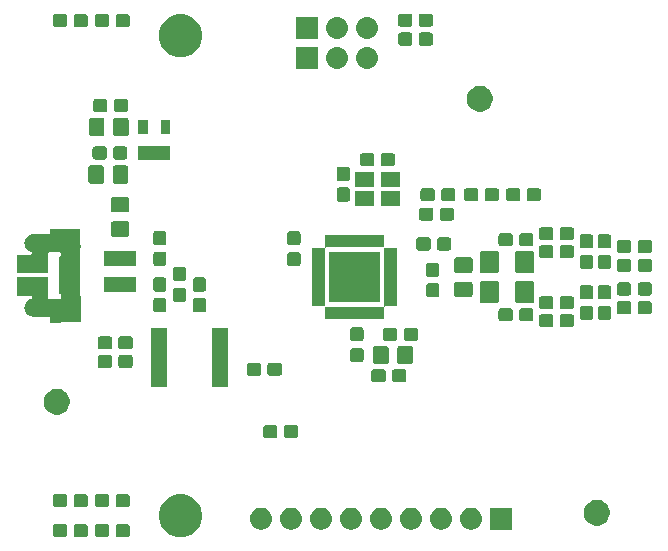
<source format=gts>
G04 #@! TF.GenerationSoftware,KiCad,Pcbnew,5.0.1-33cea8e~68~ubuntu18.04.1*
G04 #@! TF.CreationDate,2018-12-09T10:12:36+01:00*
G04 #@! TF.ProjectId,NFC_adapter,4E46435F616461707465722E6B696361,rev?*
G04 #@! TF.SameCoordinates,PX6239c08PY7b26c20*
G04 #@! TF.FileFunction,Soldermask,Top*
G04 #@! TF.FilePolarity,Negative*
%FSLAX46Y46*%
G04 Gerber Fmt 4.6, Leading zero omitted, Abs format (unit mm)*
G04 Created by KiCad (PCBNEW 5.0.1-33cea8e~68~ubuntu18.04.1) date ned 09 dec 2018 10:12:36 CET*
%MOMM*%
%LPD*%
G01*
G04 APERTURE LIST*
G04 #@! TA.AperFunction,NonConductor*
%ADD10C,0.100000*%
G04 #@! TD*
G04 APERTURE END LIST*
D10*
G36*
X14275327Y5622479D02*
X14540791Y5569675D01*
X14873830Y5431725D01*
X15173557Y5231454D01*
X15428454Y4976557D01*
X15628725Y4676830D01*
X15766675Y4343791D01*
X15837000Y3990239D01*
X15837000Y3629761D01*
X15766675Y3276209D01*
X15628725Y2943170D01*
X15428454Y2643443D01*
X15173557Y2388546D01*
X14873830Y2188275D01*
X14540791Y2050325D01*
X14275327Y1997521D01*
X14187241Y1980000D01*
X13826759Y1980000D01*
X13738673Y1997521D01*
X13473209Y2050325D01*
X13140170Y2188275D01*
X12840443Y2388546D01*
X12585546Y2643443D01*
X12385275Y2943170D01*
X12247325Y3276209D01*
X12177000Y3629761D01*
X12177000Y3990239D01*
X12247325Y4343791D01*
X12385275Y4676830D01*
X12585546Y4976557D01*
X12840443Y5231454D01*
X13140170Y5431725D01*
X13473209Y5569675D01*
X13738673Y5622479D01*
X13826759Y5640000D01*
X14187241Y5640000D01*
X14275327Y5622479D01*
X14275327Y5622479D01*
G37*
G36*
X5991828Y3090276D02*
X6032041Y3078077D01*
X6069115Y3058261D01*
X6101600Y3031600D01*
X6128261Y2999115D01*
X6148077Y2962041D01*
X6160276Y2921828D01*
X6165000Y2873860D01*
X6165000Y2206140D01*
X6160276Y2158172D01*
X6148077Y2117959D01*
X6128261Y2080885D01*
X6101600Y2048400D01*
X6069115Y2021739D01*
X6032041Y2001923D01*
X5991828Y1989724D01*
X5943860Y1985000D01*
X5176140Y1985000D01*
X5128172Y1989724D01*
X5087959Y2001923D01*
X5050885Y2021739D01*
X5018400Y2048400D01*
X4991739Y2080885D01*
X4971923Y2117959D01*
X4959724Y2158172D01*
X4955000Y2206140D01*
X4955000Y2873860D01*
X4959724Y2921828D01*
X4971923Y2962041D01*
X4991739Y2999115D01*
X5018400Y3031600D01*
X5050885Y3058261D01*
X5087959Y3078077D01*
X5128172Y3090276D01*
X5176140Y3095000D01*
X5943860Y3095000D01*
X5991828Y3090276D01*
X5991828Y3090276D01*
G37*
G36*
X4241828Y3090276D02*
X4282041Y3078077D01*
X4319115Y3058261D01*
X4351600Y3031600D01*
X4378261Y2999115D01*
X4398077Y2962041D01*
X4410276Y2921828D01*
X4415000Y2873860D01*
X4415000Y2206140D01*
X4410276Y2158172D01*
X4398077Y2117959D01*
X4378261Y2080885D01*
X4351600Y2048400D01*
X4319115Y2021739D01*
X4282041Y2001923D01*
X4241828Y1989724D01*
X4193860Y1985000D01*
X3426140Y1985000D01*
X3378172Y1989724D01*
X3337959Y2001923D01*
X3300885Y2021739D01*
X3268400Y2048400D01*
X3241739Y2080885D01*
X3221923Y2117959D01*
X3209724Y2158172D01*
X3205000Y2206140D01*
X3205000Y2873860D01*
X3209724Y2921828D01*
X3221923Y2962041D01*
X3241739Y2999115D01*
X3268400Y3031600D01*
X3300885Y3058261D01*
X3337959Y3078077D01*
X3378172Y3090276D01*
X3426140Y3095000D01*
X4193860Y3095000D01*
X4241828Y3090276D01*
X4241828Y3090276D01*
G37*
G36*
X9547828Y3090276D02*
X9588041Y3078077D01*
X9625115Y3058261D01*
X9657600Y3031600D01*
X9684261Y2999115D01*
X9704077Y2962041D01*
X9716276Y2921828D01*
X9721000Y2873860D01*
X9721000Y2206140D01*
X9716276Y2158172D01*
X9704077Y2117959D01*
X9684261Y2080885D01*
X9657600Y2048400D01*
X9625115Y2021739D01*
X9588041Y2001923D01*
X9547828Y1989724D01*
X9499860Y1985000D01*
X8732140Y1985000D01*
X8684172Y1989724D01*
X8643959Y2001923D01*
X8606885Y2021739D01*
X8574400Y2048400D01*
X8547739Y2080885D01*
X8527923Y2117959D01*
X8515724Y2158172D01*
X8511000Y2206140D01*
X8511000Y2873860D01*
X8515724Y2921828D01*
X8527923Y2962041D01*
X8547739Y2999115D01*
X8574400Y3031600D01*
X8606885Y3058261D01*
X8643959Y3078077D01*
X8684172Y3090276D01*
X8732140Y3095000D01*
X9499860Y3095000D01*
X9547828Y3090276D01*
X9547828Y3090276D01*
G37*
G36*
X7797828Y3090276D02*
X7838041Y3078077D01*
X7875115Y3058261D01*
X7907600Y3031600D01*
X7934261Y2999115D01*
X7954077Y2962041D01*
X7966276Y2921828D01*
X7971000Y2873860D01*
X7971000Y2206140D01*
X7966276Y2158172D01*
X7954077Y2117959D01*
X7934261Y2080885D01*
X7907600Y2048400D01*
X7875115Y2021739D01*
X7838041Y2001923D01*
X7797828Y1989724D01*
X7749860Y1985000D01*
X6982140Y1985000D01*
X6934172Y1989724D01*
X6893959Y2001923D01*
X6856885Y2021739D01*
X6824400Y2048400D01*
X6797739Y2080885D01*
X6777923Y2117959D01*
X6765724Y2158172D01*
X6761000Y2206140D01*
X6761000Y2873860D01*
X6765724Y2921828D01*
X6777923Y2962041D01*
X6797739Y2999115D01*
X6824400Y3031600D01*
X6856885Y3058261D01*
X6893959Y3078077D01*
X6934172Y3090276D01*
X6982140Y3095000D01*
X7749860Y3095000D01*
X7797828Y3090276D01*
X7797828Y3090276D01*
G37*
G36*
X33601006Y4483309D02*
X33710312Y4472543D01*
X33885617Y4419364D01*
X34047180Y4333008D01*
X34188791Y4216791D01*
X34305008Y4075180D01*
X34391364Y3913617D01*
X34444543Y3738312D01*
X34462499Y3556000D01*
X34444543Y3373688D01*
X34391364Y3198383D01*
X34305008Y3036820D01*
X34188791Y2895209D01*
X34047180Y2778992D01*
X33885617Y2692636D01*
X33710312Y2639457D01*
X33601006Y2628691D01*
X33573681Y2626000D01*
X33482319Y2626000D01*
X33454994Y2628691D01*
X33345688Y2639457D01*
X33170383Y2692636D01*
X33008820Y2778992D01*
X32867209Y2895209D01*
X32750992Y3036820D01*
X32664636Y3198383D01*
X32611457Y3373688D01*
X32593501Y3556000D01*
X32611457Y3738312D01*
X32664636Y3913617D01*
X32750992Y4075180D01*
X32867209Y4216791D01*
X33008820Y4333008D01*
X33170383Y4419364D01*
X33345688Y4472543D01*
X33454994Y4483309D01*
X33482319Y4486000D01*
X33573681Y4486000D01*
X33601006Y4483309D01*
X33601006Y4483309D01*
G37*
G36*
X42078000Y2626000D02*
X40218000Y2626000D01*
X40218000Y4486000D01*
X42078000Y4486000D01*
X42078000Y2626000D01*
X42078000Y2626000D01*
G37*
G36*
X38681006Y4483309D02*
X38790312Y4472543D01*
X38965617Y4419364D01*
X39127180Y4333008D01*
X39268791Y4216791D01*
X39385008Y4075180D01*
X39471364Y3913617D01*
X39524543Y3738312D01*
X39542499Y3556000D01*
X39524543Y3373688D01*
X39471364Y3198383D01*
X39385008Y3036820D01*
X39268791Y2895209D01*
X39127180Y2778992D01*
X38965617Y2692636D01*
X38790312Y2639457D01*
X38681006Y2628691D01*
X38653681Y2626000D01*
X38562319Y2626000D01*
X38534994Y2628691D01*
X38425688Y2639457D01*
X38250383Y2692636D01*
X38088820Y2778992D01*
X37947209Y2895209D01*
X37830992Y3036820D01*
X37744636Y3198383D01*
X37691457Y3373688D01*
X37673501Y3556000D01*
X37691457Y3738312D01*
X37744636Y3913617D01*
X37830992Y4075180D01*
X37947209Y4216791D01*
X38088820Y4333008D01*
X38250383Y4419364D01*
X38425688Y4472543D01*
X38534994Y4483309D01*
X38562319Y4486000D01*
X38653681Y4486000D01*
X38681006Y4483309D01*
X38681006Y4483309D01*
G37*
G36*
X36141006Y4483309D02*
X36250312Y4472543D01*
X36425617Y4419364D01*
X36587180Y4333008D01*
X36728791Y4216791D01*
X36845008Y4075180D01*
X36931364Y3913617D01*
X36984543Y3738312D01*
X37002499Y3556000D01*
X36984543Y3373688D01*
X36931364Y3198383D01*
X36845008Y3036820D01*
X36728791Y2895209D01*
X36587180Y2778992D01*
X36425617Y2692636D01*
X36250312Y2639457D01*
X36141006Y2628691D01*
X36113681Y2626000D01*
X36022319Y2626000D01*
X35994994Y2628691D01*
X35885688Y2639457D01*
X35710383Y2692636D01*
X35548820Y2778992D01*
X35407209Y2895209D01*
X35290992Y3036820D01*
X35204636Y3198383D01*
X35151457Y3373688D01*
X35133501Y3556000D01*
X35151457Y3738312D01*
X35204636Y3913617D01*
X35290992Y4075180D01*
X35407209Y4216791D01*
X35548820Y4333008D01*
X35710383Y4419364D01*
X35885688Y4472543D01*
X35994994Y4483309D01*
X36022319Y4486000D01*
X36113681Y4486000D01*
X36141006Y4483309D01*
X36141006Y4483309D01*
G37*
G36*
X20901006Y4483309D02*
X21010312Y4472543D01*
X21185617Y4419364D01*
X21347180Y4333008D01*
X21488791Y4216791D01*
X21605008Y4075180D01*
X21691364Y3913617D01*
X21744543Y3738312D01*
X21762499Y3556000D01*
X21744543Y3373688D01*
X21691364Y3198383D01*
X21605008Y3036820D01*
X21488791Y2895209D01*
X21347180Y2778992D01*
X21185617Y2692636D01*
X21010312Y2639457D01*
X20901006Y2628691D01*
X20873681Y2626000D01*
X20782319Y2626000D01*
X20754994Y2628691D01*
X20645688Y2639457D01*
X20470383Y2692636D01*
X20308820Y2778992D01*
X20167209Y2895209D01*
X20050992Y3036820D01*
X19964636Y3198383D01*
X19911457Y3373688D01*
X19893501Y3556000D01*
X19911457Y3738312D01*
X19964636Y3913617D01*
X20050992Y4075180D01*
X20167209Y4216791D01*
X20308820Y4333008D01*
X20470383Y4419364D01*
X20645688Y4472543D01*
X20754994Y4483309D01*
X20782319Y4486000D01*
X20873681Y4486000D01*
X20901006Y4483309D01*
X20901006Y4483309D01*
G37*
G36*
X23441006Y4483309D02*
X23550312Y4472543D01*
X23725617Y4419364D01*
X23887180Y4333008D01*
X24028791Y4216791D01*
X24145008Y4075180D01*
X24231364Y3913617D01*
X24284543Y3738312D01*
X24302499Y3556000D01*
X24284543Y3373688D01*
X24231364Y3198383D01*
X24145008Y3036820D01*
X24028791Y2895209D01*
X23887180Y2778992D01*
X23725617Y2692636D01*
X23550312Y2639457D01*
X23441006Y2628691D01*
X23413681Y2626000D01*
X23322319Y2626000D01*
X23294994Y2628691D01*
X23185688Y2639457D01*
X23010383Y2692636D01*
X22848820Y2778992D01*
X22707209Y2895209D01*
X22590992Y3036820D01*
X22504636Y3198383D01*
X22451457Y3373688D01*
X22433501Y3556000D01*
X22451457Y3738312D01*
X22504636Y3913617D01*
X22590992Y4075180D01*
X22707209Y4216791D01*
X22848820Y4333008D01*
X23010383Y4419364D01*
X23185688Y4472543D01*
X23294994Y4483309D01*
X23322319Y4486000D01*
X23413681Y4486000D01*
X23441006Y4483309D01*
X23441006Y4483309D01*
G37*
G36*
X25981006Y4483309D02*
X26090312Y4472543D01*
X26265617Y4419364D01*
X26427180Y4333008D01*
X26568791Y4216791D01*
X26685008Y4075180D01*
X26771364Y3913617D01*
X26824543Y3738312D01*
X26842499Y3556000D01*
X26824543Y3373688D01*
X26771364Y3198383D01*
X26685008Y3036820D01*
X26568791Y2895209D01*
X26427180Y2778992D01*
X26265617Y2692636D01*
X26090312Y2639457D01*
X25981006Y2628691D01*
X25953681Y2626000D01*
X25862319Y2626000D01*
X25834994Y2628691D01*
X25725688Y2639457D01*
X25550383Y2692636D01*
X25388820Y2778992D01*
X25247209Y2895209D01*
X25130992Y3036820D01*
X25044636Y3198383D01*
X24991457Y3373688D01*
X24973501Y3556000D01*
X24991457Y3738312D01*
X25044636Y3913617D01*
X25130992Y4075180D01*
X25247209Y4216791D01*
X25388820Y4333008D01*
X25550383Y4419364D01*
X25725688Y4472543D01*
X25834994Y4483309D01*
X25862319Y4486000D01*
X25953681Y4486000D01*
X25981006Y4483309D01*
X25981006Y4483309D01*
G37*
G36*
X28521006Y4483309D02*
X28630312Y4472543D01*
X28805617Y4419364D01*
X28967180Y4333008D01*
X29108791Y4216791D01*
X29225008Y4075180D01*
X29311364Y3913617D01*
X29364543Y3738312D01*
X29382499Y3556000D01*
X29364543Y3373688D01*
X29311364Y3198383D01*
X29225008Y3036820D01*
X29108791Y2895209D01*
X28967180Y2778992D01*
X28805617Y2692636D01*
X28630312Y2639457D01*
X28521006Y2628691D01*
X28493681Y2626000D01*
X28402319Y2626000D01*
X28374994Y2628691D01*
X28265688Y2639457D01*
X28090383Y2692636D01*
X27928820Y2778992D01*
X27787209Y2895209D01*
X27670992Y3036820D01*
X27584636Y3198383D01*
X27531457Y3373688D01*
X27513501Y3556000D01*
X27531457Y3738312D01*
X27584636Y3913617D01*
X27670992Y4075180D01*
X27787209Y4216791D01*
X27928820Y4333008D01*
X28090383Y4419364D01*
X28265688Y4472543D01*
X28374994Y4483309D01*
X28402319Y4486000D01*
X28493681Y4486000D01*
X28521006Y4483309D01*
X28521006Y4483309D01*
G37*
G36*
X31061006Y4483309D02*
X31170312Y4472543D01*
X31345617Y4419364D01*
X31507180Y4333008D01*
X31648791Y4216791D01*
X31765008Y4075180D01*
X31851364Y3913617D01*
X31904543Y3738312D01*
X31922499Y3556000D01*
X31904543Y3373688D01*
X31851364Y3198383D01*
X31765008Y3036820D01*
X31648791Y2895209D01*
X31507180Y2778992D01*
X31345617Y2692636D01*
X31170312Y2639457D01*
X31061006Y2628691D01*
X31033681Y2626000D01*
X30942319Y2626000D01*
X30914994Y2628691D01*
X30805688Y2639457D01*
X30630383Y2692636D01*
X30468820Y2778992D01*
X30327209Y2895209D01*
X30210992Y3036820D01*
X30124636Y3198383D01*
X30071457Y3373688D01*
X30053501Y3556000D01*
X30071457Y3738312D01*
X30124636Y3913617D01*
X30210992Y4075180D01*
X30327209Y4216791D01*
X30468820Y4333008D01*
X30630383Y4419364D01*
X30805688Y4472543D01*
X30914994Y4483309D01*
X30942319Y4486000D01*
X31033681Y4486000D01*
X31061006Y4483309D01*
X31061006Y4483309D01*
G37*
G36*
X49596857Y5121728D02*
X49797042Y5038809D01*
X49797045Y5038807D01*
X49890209Y4976557D01*
X49977213Y4918422D01*
X50130422Y4765213D01*
X50130424Y4765210D01*
X50130425Y4765209D01*
X50248565Y4588400D01*
X50250809Y4585042D01*
X50333728Y4384857D01*
X50376000Y4172342D01*
X50376000Y3955658D01*
X50333728Y3743143D01*
X50250809Y3542958D01*
X50130422Y3362787D01*
X49977213Y3209578D01*
X49797042Y3089191D01*
X49596857Y3006272D01*
X49384342Y2964000D01*
X49167658Y2964000D01*
X48955143Y3006272D01*
X48754958Y3089191D01*
X48574787Y3209578D01*
X48421578Y3362787D01*
X48301191Y3542958D01*
X48218272Y3743143D01*
X48176000Y3955658D01*
X48176000Y4172342D01*
X48218272Y4384857D01*
X48301191Y4585042D01*
X48303435Y4588400D01*
X48421575Y4765209D01*
X48421576Y4765210D01*
X48421578Y4765213D01*
X48574787Y4918422D01*
X48661792Y4976557D01*
X48754955Y5038807D01*
X48754958Y5038809D01*
X48955143Y5121728D01*
X49167658Y5164000D01*
X49384342Y5164000D01*
X49596857Y5121728D01*
X49596857Y5121728D01*
G37*
G36*
X9547828Y5630276D02*
X9588041Y5618077D01*
X9625115Y5598261D01*
X9657600Y5571600D01*
X9684261Y5539115D01*
X9704077Y5502041D01*
X9716276Y5461828D01*
X9721000Y5413860D01*
X9721000Y4746140D01*
X9716276Y4698172D01*
X9704077Y4657959D01*
X9684261Y4620885D01*
X9657600Y4588400D01*
X9625115Y4561739D01*
X9588041Y4541923D01*
X9547828Y4529724D01*
X9499860Y4525000D01*
X8732140Y4525000D01*
X8684172Y4529724D01*
X8643959Y4541923D01*
X8606885Y4561739D01*
X8574400Y4588400D01*
X8547739Y4620885D01*
X8527923Y4657959D01*
X8515724Y4698172D01*
X8511000Y4746140D01*
X8511000Y5413860D01*
X8515724Y5461828D01*
X8527923Y5502041D01*
X8547739Y5539115D01*
X8574400Y5571600D01*
X8606885Y5598261D01*
X8643959Y5618077D01*
X8684172Y5630276D01*
X8732140Y5635000D01*
X9499860Y5635000D01*
X9547828Y5630276D01*
X9547828Y5630276D01*
G37*
G36*
X7797828Y5630276D02*
X7838041Y5618077D01*
X7875115Y5598261D01*
X7907600Y5571600D01*
X7934261Y5539115D01*
X7954077Y5502041D01*
X7966276Y5461828D01*
X7971000Y5413860D01*
X7971000Y4746140D01*
X7966276Y4698172D01*
X7954077Y4657959D01*
X7934261Y4620885D01*
X7907600Y4588400D01*
X7875115Y4561739D01*
X7838041Y4541923D01*
X7797828Y4529724D01*
X7749860Y4525000D01*
X6982140Y4525000D01*
X6934172Y4529724D01*
X6893959Y4541923D01*
X6856885Y4561739D01*
X6824400Y4588400D01*
X6797739Y4620885D01*
X6777923Y4657959D01*
X6765724Y4698172D01*
X6761000Y4746140D01*
X6761000Y5413860D01*
X6765724Y5461828D01*
X6777923Y5502041D01*
X6797739Y5539115D01*
X6824400Y5571600D01*
X6856885Y5598261D01*
X6893959Y5618077D01*
X6934172Y5630276D01*
X6982140Y5635000D01*
X7749860Y5635000D01*
X7797828Y5630276D01*
X7797828Y5630276D01*
G37*
G36*
X4241828Y5630276D02*
X4282041Y5618077D01*
X4319115Y5598261D01*
X4351600Y5571600D01*
X4378261Y5539115D01*
X4398077Y5502041D01*
X4410276Y5461828D01*
X4415000Y5413860D01*
X4415000Y4746140D01*
X4410276Y4698172D01*
X4398077Y4657959D01*
X4378261Y4620885D01*
X4351600Y4588400D01*
X4319115Y4561739D01*
X4282041Y4541923D01*
X4241828Y4529724D01*
X4193860Y4525000D01*
X3426140Y4525000D01*
X3378172Y4529724D01*
X3337959Y4541923D01*
X3300885Y4561739D01*
X3268400Y4588400D01*
X3241739Y4620885D01*
X3221923Y4657959D01*
X3209724Y4698172D01*
X3205000Y4746140D01*
X3205000Y5413860D01*
X3209724Y5461828D01*
X3221923Y5502041D01*
X3241739Y5539115D01*
X3268400Y5571600D01*
X3300885Y5598261D01*
X3337959Y5618077D01*
X3378172Y5630276D01*
X3426140Y5635000D01*
X4193860Y5635000D01*
X4241828Y5630276D01*
X4241828Y5630276D01*
G37*
G36*
X5991828Y5630276D02*
X6032041Y5618077D01*
X6069115Y5598261D01*
X6101600Y5571600D01*
X6128261Y5539115D01*
X6148077Y5502041D01*
X6160276Y5461828D01*
X6165000Y5413860D01*
X6165000Y4746140D01*
X6160276Y4698172D01*
X6148077Y4657959D01*
X6128261Y4620885D01*
X6101600Y4588400D01*
X6069115Y4561739D01*
X6032041Y4541923D01*
X5991828Y4529724D01*
X5943860Y4525000D01*
X5176140Y4525000D01*
X5128172Y4529724D01*
X5087959Y4541923D01*
X5050885Y4561739D01*
X5018400Y4588400D01*
X4991739Y4620885D01*
X4971923Y4657959D01*
X4959724Y4698172D01*
X4955000Y4746140D01*
X4955000Y5413860D01*
X4959724Y5461828D01*
X4971923Y5502041D01*
X4991739Y5539115D01*
X5018400Y5571600D01*
X5050885Y5598261D01*
X5087959Y5618077D01*
X5128172Y5630276D01*
X5176140Y5635000D01*
X5943860Y5635000D01*
X5991828Y5630276D01*
X5991828Y5630276D01*
G37*
G36*
X23799828Y11472276D02*
X23840041Y11460077D01*
X23877115Y11440261D01*
X23909600Y11413600D01*
X23936261Y11381115D01*
X23956077Y11344041D01*
X23968276Y11303828D01*
X23973000Y11255860D01*
X23973000Y10588140D01*
X23968276Y10540172D01*
X23956077Y10499959D01*
X23936261Y10462885D01*
X23909600Y10430400D01*
X23877115Y10403739D01*
X23840041Y10383923D01*
X23799828Y10371724D01*
X23751860Y10367000D01*
X22984140Y10367000D01*
X22936172Y10371724D01*
X22895959Y10383923D01*
X22858885Y10403739D01*
X22826400Y10430400D01*
X22799739Y10462885D01*
X22779923Y10499959D01*
X22767724Y10540172D01*
X22763000Y10588140D01*
X22763000Y11255860D01*
X22767724Y11303828D01*
X22779923Y11344041D01*
X22799739Y11381115D01*
X22826400Y11413600D01*
X22858885Y11440261D01*
X22895959Y11460077D01*
X22936172Y11472276D01*
X22984140Y11477000D01*
X23751860Y11477000D01*
X23799828Y11472276D01*
X23799828Y11472276D01*
G37*
G36*
X22049828Y11472276D02*
X22090041Y11460077D01*
X22127115Y11440261D01*
X22159600Y11413600D01*
X22186261Y11381115D01*
X22206077Y11344041D01*
X22218276Y11303828D01*
X22223000Y11255860D01*
X22223000Y10588140D01*
X22218276Y10540172D01*
X22206077Y10499959D01*
X22186261Y10462885D01*
X22159600Y10430400D01*
X22127115Y10403739D01*
X22090041Y10383923D01*
X22049828Y10371724D01*
X22001860Y10367000D01*
X21234140Y10367000D01*
X21186172Y10371724D01*
X21145959Y10383923D01*
X21108885Y10403739D01*
X21076400Y10430400D01*
X21049739Y10462885D01*
X21029923Y10499959D01*
X21017724Y10540172D01*
X21013000Y10588140D01*
X21013000Y11255860D01*
X21017724Y11303828D01*
X21029923Y11344041D01*
X21049739Y11381115D01*
X21076400Y11413600D01*
X21108885Y11440261D01*
X21145959Y11460077D01*
X21186172Y11472276D01*
X21234140Y11477000D01*
X22001860Y11477000D01*
X22049828Y11472276D01*
X22049828Y11472276D01*
G37*
G36*
X3876857Y14519728D02*
X4077042Y14436809D01*
X4257213Y14316422D01*
X4410422Y14163213D01*
X4530809Y13983042D01*
X4613728Y13782857D01*
X4656000Y13570342D01*
X4656000Y13353658D01*
X4613728Y13141143D01*
X4530809Y12940958D01*
X4410422Y12760787D01*
X4257213Y12607578D01*
X4077042Y12487191D01*
X3876857Y12404272D01*
X3664342Y12362000D01*
X3447658Y12362000D01*
X3235143Y12404272D01*
X3034958Y12487191D01*
X2854787Y12607578D01*
X2701578Y12760787D01*
X2581191Y12940958D01*
X2498272Y13141143D01*
X2456000Y13353658D01*
X2456000Y13570342D01*
X2498272Y13782857D01*
X2581191Y13983042D01*
X2701578Y14163213D01*
X2854787Y14316422D01*
X3034958Y14436809D01*
X3235143Y14519728D01*
X3447658Y14562000D01*
X3664342Y14562000D01*
X3876857Y14519728D01*
X3876857Y14519728D01*
G37*
G36*
X12837400Y14667900D02*
X11477400Y14667900D01*
X11477400Y19672900D01*
X12837400Y19672900D01*
X12837400Y14667900D01*
X12837400Y14667900D01*
G37*
G36*
X18037400Y14667900D02*
X16677400Y14667900D01*
X16677400Y19672900D01*
X18037400Y19672900D01*
X18037400Y14667900D01*
X18037400Y14667900D01*
G37*
G36*
X31212508Y16213036D02*
X31252721Y16200837D01*
X31289795Y16181021D01*
X31322280Y16154360D01*
X31348941Y16121875D01*
X31368757Y16084801D01*
X31380956Y16044588D01*
X31385680Y15996620D01*
X31385680Y15328900D01*
X31380956Y15280932D01*
X31368757Y15240719D01*
X31348941Y15203645D01*
X31322280Y15171160D01*
X31289795Y15144499D01*
X31252721Y15124683D01*
X31212508Y15112484D01*
X31164540Y15107760D01*
X30396820Y15107760D01*
X30348852Y15112484D01*
X30308639Y15124683D01*
X30271565Y15144499D01*
X30239080Y15171160D01*
X30212419Y15203645D01*
X30192603Y15240719D01*
X30180404Y15280932D01*
X30175680Y15328900D01*
X30175680Y15996620D01*
X30180404Y16044588D01*
X30192603Y16084801D01*
X30212419Y16121875D01*
X30239080Y16154360D01*
X30271565Y16181021D01*
X30308639Y16200837D01*
X30348852Y16213036D01*
X30396820Y16217760D01*
X31164540Y16217760D01*
X31212508Y16213036D01*
X31212508Y16213036D01*
G37*
G36*
X32962508Y16213036D02*
X33002721Y16200837D01*
X33039795Y16181021D01*
X33072280Y16154360D01*
X33098941Y16121875D01*
X33118757Y16084801D01*
X33130956Y16044588D01*
X33135680Y15996620D01*
X33135680Y15328900D01*
X33130956Y15280932D01*
X33118757Y15240719D01*
X33098941Y15203645D01*
X33072280Y15171160D01*
X33039795Y15144499D01*
X33002721Y15124683D01*
X32962508Y15112484D01*
X32914540Y15107760D01*
X32146820Y15107760D01*
X32098852Y15112484D01*
X32058639Y15124683D01*
X32021565Y15144499D01*
X31989080Y15171160D01*
X31962419Y15203645D01*
X31942603Y15240719D01*
X31930404Y15280932D01*
X31925680Y15328900D01*
X31925680Y15996620D01*
X31930404Y16044588D01*
X31942603Y16084801D01*
X31962419Y16121875D01*
X31989080Y16154360D01*
X32021565Y16181021D01*
X32058639Y16200837D01*
X32098852Y16213036D01*
X32146820Y16217760D01*
X32914540Y16217760D01*
X32962508Y16213036D01*
X32962508Y16213036D01*
G37*
G36*
X22414228Y16768176D02*
X22454441Y16755977D01*
X22491515Y16736161D01*
X22524000Y16709500D01*
X22550661Y16677015D01*
X22570477Y16639941D01*
X22582676Y16599728D01*
X22587400Y16551760D01*
X22587400Y15884040D01*
X22582676Y15836072D01*
X22570477Y15795859D01*
X22550661Y15758785D01*
X22524000Y15726300D01*
X22491515Y15699639D01*
X22454441Y15679823D01*
X22414228Y15667624D01*
X22366260Y15662900D01*
X21598540Y15662900D01*
X21550572Y15667624D01*
X21510359Y15679823D01*
X21473285Y15699639D01*
X21440800Y15726300D01*
X21414139Y15758785D01*
X21394323Y15795859D01*
X21382124Y15836072D01*
X21377400Y15884040D01*
X21377400Y16551760D01*
X21382124Y16599728D01*
X21394323Y16639941D01*
X21414139Y16677015D01*
X21440800Y16709500D01*
X21473285Y16736161D01*
X21510359Y16755977D01*
X21550572Y16768176D01*
X21598540Y16772900D01*
X22366260Y16772900D01*
X22414228Y16768176D01*
X22414228Y16768176D01*
G37*
G36*
X20664228Y16768176D02*
X20704441Y16755977D01*
X20741515Y16736161D01*
X20774000Y16709500D01*
X20800661Y16677015D01*
X20820477Y16639941D01*
X20832676Y16599728D01*
X20837400Y16551760D01*
X20837400Y15884040D01*
X20832676Y15836072D01*
X20820477Y15795859D01*
X20800661Y15758785D01*
X20774000Y15726300D01*
X20741515Y15699639D01*
X20704441Y15679823D01*
X20664228Y15667624D01*
X20616260Y15662900D01*
X19848540Y15662900D01*
X19800572Y15667624D01*
X19760359Y15679823D01*
X19723285Y15699639D01*
X19690800Y15726300D01*
X19664139Y15758785D01*
X19644323Y15795859D01*
X19632124Y15836072D01*
X19627400Y15884040D01*
X19627400Y16551760D01*
X19632124Y16599728D01*
X19644323Y16639941D01*
X19664139Y16677015D01*
X19690800Y16709500D01*
X19723285Y16736161D01*
X19760359Y16755977D01*
X19800572Y16768176D01*
X19848540Y16772900D01*
X20616260Y16772900D01*
X20664228Y16768176D01*
X20664228Y16768176D01*
G37*
G36*
X9790428Y17415876D02*
X9830641Y17403677D01*
X9867715Y17383861D01*
X9900200Y17357200D01*
X9926861Y17324715D01*
X9946677Y17287641D01*
X9958876Y17247428D01*
X9963600Y17199460D01*
X9963600Y16531740D01*
X9958876Y16483772D01*
X9946677Y16443559D01*
X9926861Y16406485D01*
X9900200Y16374000D01*
X9867715Y16347339D01*
X9830641Y16327523D01*
X9790428Y16315324D01*
X9742460Y16310600D01*
X8974740Y16310600D01*
X8926772Y16315324D01*
X8886559Y16327523D01*
X8849485Y16347339D01*
X8817000Y16374000D01*
X8790339Y16406485D01*
X8770523Y16443559D01*
X8758324Y16483772D01*
X8753600Y16531740D01*
X8753600Y17199460D01*
X8758324Y17247428D01*
X8770523Y17287641D01*
X8790339Y17324715D01*
X8817000Y17357200D01*
X8849485Y17383861D01*
X8886559Y17403677D01*
X8926772Y17415876D01*
X8974740Y17420600D01*
X9742460Y17420600D01*
X9790428Y17415876D01*
X9790428Y17415876D01*
G37*
G36*
X8040428Y17415876D02*
X8080641Y17403677D01*
X8117715Y17383861D01*
X8150200Y17357200D01*
X8176861Y17324715D01*
X8196677Y17287641D01*
X8208876Y17247428D01*
X8213600Y17199460D01*
X8213600Y16531740D01*
X8208876Y16483772D01*
X8196677Y16443559D01*
X8176861Y16406485D01*
X8150200Y16374000D01*
X8117715Y16347339D01*
X8080641Y16327523D01*
X8040428Y16315324D01*
X7992460Y16310600D01*
X7224740Y16310600D01*
X7176772Y16315324D01*
X7136559Y16327523D01*
X7099485Y16347339D01*
X7067000Y16374000D01*
X7040339Y16406485D01*
X7020523Y16443559D01*
X7008324Y16483772D01*
X7003600Y16531740D01*
X7003600Y17199460D01*
X7008324Y17247428D01*
X7020523Y17287641D01*
X7040339Y17324715D01*
X7067000Y17357200D01*
X7099485Y17383861D01*
X7136559Y17403677D01*
X7176772Y17415876D01*
X7224740Y17420600D01*
X7992460Y17420600D01*
X8040428Y17415876D01*
X8040428Y17415876D01*
G37*
G36*
X33513207Y18188053D02*
X33553262Y18175902D01*
X33590177Y18156170D01*
X33622535Y18129615D01*
X33649090Y18097257D01*
X33668822Y18060342D01*
X33680973Y18020287D01*
X33685680Y17972491D01*
X33685680Y16853029D01*
X33680973Y16805233D01*
X33668822Y16765178D01*
X33649090Y16728263D01*
X33622535Y16695905D01*
X33590177Y16669350D01*
X33553262Y16649618D01*
X33513207Y16637467D01*
X33465411Y16632760D01*
X32595949Y16632760D01*
X32548153Y16637467D01*
X32508098Y16649618D01*
X32471183Y16669350D01*
X32438825Y16695905D01*
X32412270Y16728263D01*
X32392538Y16765178D01*
X32380387Y16805233D01*
X32375680Y16853029D01*
X32375680Y17972491D01*
X32380387Y18020287D01*
X32392538Y18060342D01*
X32412270Y18097257D01*
X32438825Y18129615D01*
X32471183Y18156170D01*
X32508098Y18175902D01*
X32548153Y18188053D01*
X32595949Y18192760D01*
X33465411Y18192760D01*
X33513207Y18188053D01*
X33513207Y18188053D01*
G37*
G36*
X31463207Y18188053D02*
X31503262Y18175902D01*
X31540177Y18156170D01*
X31572535Y18129615D01*
X31599090Y18097257D01*
X31618822Y18060342D01*
X31630973Y18020287D01*
X31635680Y17972491D01*
X31635680Y16853029D01*
X31630973Y16805233D01*
X31618822Y16765178D01*
X31599090Y16728263D01*
X31572535Y16695905D01*
X31540177Y16669350D01*
X31503262Y16649618D01*
X31463207Y16637467D01*
X31415411Y16632760D01*
X30545949Y16632760D01*
X30498153Y16637467D01*
X30458098Y16649618D01*
X30421183Y16669350D01*
X30388825Y16695905D01*
X30362270Y16728263D01*
X30342538Y16765178D01*
X30330387Y16805233D01*
X30325680Y16853029D01*
X30325680Y17972491D01*
X30330387Y18020287D01*
X30342538Y18060342D01*
X30362270Y18097257D01*
X30388825Y18129615D01*
X30421183Y18156170D01*
X30458098Y18175902D01*
X30498153Y18188053D01*
X30545949Y18192760D01*
X31415411Y18192760D01*
X31463207Y18188053D01*
X31463207Y18188053D01*
G37*
G36*
X29337828Y18013276D02*
X29378041Y18001077D01*
X29415115Y17981261D01*
X29447600Y17954600D01*
X29474261Y17922115D01*
X29494077Y17885041D01*
X29506276Y17844828D01*
X29511000Y17796860D01*
X29511000Y17029140D01*
X29506276Y16981172D01*
X29494077Y16940959D01*
X29474261Y16903885D01*
X29447600Y16871400D01*
X29415115Y16844739D01*
X29378041Y16824923D01*
X29337828Y16812724D01*
X29289860Y16808000D01*
X28622140Y16808000D01*
X28574172Y16812724D01*
X28533959Y16824923D01*
X28496885Y16844739D01*
X28464400Y16871400D01*
X28437739Y16903885D01*
X28417923Y16940959D01*
X28405724Y16981172D01*
X28401000Y17029140D01*
X28401000Y17796860D01*
X28405724Y17844828D01*
X28417923Y17885041D01*
X28437739Y17922115D01*
X28464400Y17954600D01*
X28496885Y17981261D01*
X28533959Y18001077D01*
X28574172Y18013276D01*
X28622140Y18018000D01*
X29289860Y18018000D01*
X29337828Y18013276D01*
X29337828Y18013276D01*
G37*
G36*
X9790428Y18990676D02*
X9830641Y18978477D01*
X9867715Y18958661D01*
X9900200Y18932000D01*
X9926861Y18899515D01*
X9946677Y18862441D01*
X9958876Y18822228D01*
X9963600Y18774260D01*
X9963600Y18106540D01*
X9958876Y18058572D01*
X9946677Y18018359D01*
X9926861Y17981285D01*
X9900200Y17948800D01*
X9867715Y17922139D01*
X9830641Y17902323D01*
X9790428Y17890124D01*
X9742460Y17885400D01*
X8974740Y17885400D01*
X8926772Y17890124D01*
X8886559Y17902323D01*
X8849485Y17922139D01*
X8817000Y17948800D01*
X8790339Y17981285D01*
X8770523Y18018359D01*
X8758324Y18058572D01*
X8753600Y18106540D01*
X8753600Y18774260D01*
X8758324Y18822228D01*
X8770523Y18862441D01*
X8790339Y18899515D01*
X8817000Y18932000D01*
X8849485Y18958661D01*
X8886559Y18978477D01*
X8926772Y18990676D01*
X8974740Y18995400D01*
X9742460Y18995400D01*
X9790428Y18990676D01*
X9790428Y18990676D01*
G37*
G36*
X8040428Y18990676D02*
X8080641Y18978477D01*
X8117715Y18958661D01*
X8150200Y18932000D01*
X8176861Y18899515D01*
X8196677Y18862441D01*
X8208876Y18822228D01*
X8213600Y18774260D01*
X8213600Y18106540D01*
X8208876Y18058572D01*
X8196677Y18018359D01*
X8176861Y17981285D01*
X8150200Y17948800D01*
X8117715Y17922139D01*
X8080641Y17902323D01*
X8040428Y17890124D01*
X7992460Y17885400D01*
X7224740Y17885400D01*
X7176772Y17890124D01*
X7136559Y17902323D01*
X7099485Y17922139D01*
X7067000Y17948800D01*
X7040339Y17981285D01*
X7020523Y18018359D01*
X7008324Y18058572D01*
X7003600Y18106540D01*
X7003600Y18774260D01*
X7008324Y18822228D01*
X7020523Y18862441D01*
X7040339Y18899515D01*
X7067000Y18932000D01*
X7099485Y18958661D01*
X7136559Y18978477D01*
X7176772Y18990676D01*
X7224740Y18995400D01*
X7992460Y18995400D01*
X8040428Y18990676D01*
X8040428Y18990676D01*
G37*
G36*
X29337828Y19763276D02*
X29378041Y19751077D01*
X29415115Y19731261D01*
X29447600Y19704600D01*
X29474261Y19672115D01*
X29494077Y19635041D01*
X29506276Y19594828D01*
X29511000Y19546860D01*
X29511000Y18779140D01*
X29506276Y18731172D01*
X29494077Y18690959D01*
X29474261Y18653885D01*
X29447600Y18621400D01*
X29415115Y18594739D01*
X29378041Y18574923D01*
X29337828Y18562724D01*
X29289860Y18558000D01*
X28622140Y18558000D01*
X28574172Y18562724D01*
X28533959Y18574923D01*
X28496885Y18594739D01*
X28464400Y18621400D01*
X28437739Y18653885D01*
X28417923Y18690959D01*
X28405724Y18731172D01*
X28401000Y18779140D01*
X28401000Y19546860D01*
X28405724Y19594828D01*
X28417923Y19635041D01*
X28437739Y19672115D01*
X28464400Y19704600D01*
X28496885Y19731261D01*
X28533959Y19751077D01*
X28574172Y19763276D01*
X28622140Y19768000D01*
X29289860Y19768000D01*
X29337828Y19763276D01*
X29337828Y19763276D01*
G37*
G36*
X33932508Y19713036D02*
X33972721Y19700837D01*
X34009795Y19681021D01*
X34042280Y19654360D01*
X34068941Y19621875D01*
X34088757Y19584801D01*
X34100956Y19544588D01*
X34105680Y19496620D01*
X34105680Y18828900D01*
X34100956Y18780932D01*
X34088757Y18740719D01*
X34068941Y18703645D01*
X34042280Y18671160D01*
X34009795Y18644499D01*
X33972721Y18624683D01*
X33932508Y18612484D01*
X33884540Y18607760D01*
X33116820Y18607760D01*
X33068852Y18612484D01*
X33028639Y18624683D01*
X32991565Y18644499D01*
X32959080Y18671160D01*
X32932419Y18703645D01*
X32912603Y18740719D01*
X32900404Y18780932D01*
X32895680Y18828900D01*
X32895680Y19496620D01*
X32900404Y19544588D01*
X32912603Y19584801D01*
X32932419Y19621875D01*
X32959080Y19654360D01*
X32991565Y19681021D01*
X33028639Y19700837D01*
X33068852Y19713036D01*
X33116820Y19717760D01*
X33884540Y19717760D01*
X33932508Y19713036D01*
X33932508Y19713036D01*
G37*
G36*
X32182508Y19713036D02*
X32222721Y19700837D01*
X32259795Y19681021D01*
X32292280Y19654360D01*
X32318941Y19621875D01*
X32338757Y19584801D01*
X32350956Y19544588D01*
X32355680Y19496620D01*
X32355680Y18828900D01*
X32350956Y18780932D01*
X32338757Y18740719D01*
X32318941Y18703645D01*
X32292280Y18671160D01*
X32259795Y18644499D01*
X32222721Y18624683D01*
X32182508Y18612484D01*
X32134540Y18607760D01*
X31366820Y18607760D01*
X31318852Y18612484D01*
X31278639Y18624683D01*
X31241565Y18644499D01*
X31209080Y18671160D01*
X31182419Y18703645D01*
X31162603Y18740719D01*
X31150404Y18780932D01*
X31145680Y18828900D01*
X31145680Y19496620D01*
X31150404Y19544588D01*
X31162603Y19584801D01*
X31182419Y19621875D01*
X31209080Y19654360D01*
X31241565Y19681021D01*
X31278639Y19700837D01*
X31318852Y19713036D01*
X31366820Y19717760D01*
X32134540Y19717760D01*
X32182508Y19713036D01*
X32182508Y19713036D01*
G37*
G36*
X45403828Y20870276D02*
X45444041Y20858077D01*
X45481115Y20838261D01*
X45513600Y20811600D01*
X45540261Y20779115D01*
X45560077Y20742041D01*
X45572276Y20701828D01*
X45577000Y20653860D01*
X45577000Y19986140D01*
X45572276Y19938172D01*
X45560077Y19897959D01*
X45540261Y19860885D01*
X45513600Y19828400D01*
X45481115Y19801739D01*
X45444041Y19781923D01*
X45403828Y19769724D01*
X45355860Y19765000D01*
X44588140Y19765000D01*
X44540172Y19769724D01*
X44499959Y19781923D01*
X44462885Y19801739D01*
X44430400Y19828400D01*
X44403739Y19860885D01*
X44383923Y19897959D01*
X44371724Y19938172D01*
X44367000Y19986140D01*
X44367000Y20653860D01*
X44371724Y20701828D01*
X44383923Y20742041D01*
X44403739Y20779115D01*
X44430400Y20811600D01*
X44462885Y20838261D01*
X44499959Y20858077D01*
X44540172Y20870276D01*
X44588140Y20875000D01*
X45355860Y20875000D01*
X45403828Y20870276D01*
X45403828Y20870276D01*
G37*
G36*
X47153828Y20870276D02*
X47194041Y20858077D01*
X47231115Y20838261D01*
X47263600Y20811600D01*
X47290261Y20779115D01*
X47310077Y20742041D01*
X47322276Y20701828D01*
X47327000Y20653860D01*
X47327000Y19986140D01*
X47322276Y19938172D01*
X47310077Y19897959D01*
X47290261Y19860885D01*
X47263600Y19828400D01*
X47231115Y19801739D01*
X47194041Y19781923D01*
X47153828Y19769724D01*
X47105860Y19765000D01*
X46338140Y19765000D01*
X46290172Y19769724D01*
X46249959Y19781923D01*
X46212885Y19801739D01*
X46180400Y19828400D01*
X46153739Y19860885D01*
X46133923Y19897959D01*
X46121724Y19938172D01*
X46117000Y19986140D01*
X46117000Y20653860D01*
X46121724Y20701828D01*
X46133923Y20742041D01*
X46153739Y20779115D01*
X46180400Y20811600D01*
X46212885Y20838261D01*
X46249959Y20858077D01*
X46290172Y20870276D01*
X46338140Y20875000D01*
X47105860Y20875000D01*
X47153828Y20870276D01*
X47153828Y20870276D01*
G37*
G36*
X3916965Y28094515D02*
X3940414Y28087402D01*
X3964800Y28085000D01*
X5539800Y28085000D01*
X5539800Y26752925D01*
X5542202Y26728539D01*
X5545183Y26716639D01*
X5550685Y26698503D01*
X5562848Y26575000D01*
X5550685Y26451497D01*
X5545183Y26433361D01*
X5540402Y26409328D01*
X5539800Y26397075D01*
X5539800Y25874239D01*
X5535866Y25869446D01*
X5524315Y25847835D01*
X5517202Y25824386D01*
X5514800Y25800000D01*
X5514800Y22460000D01*
X5517202Y22435614D01*
X5524315Y22412165D01*
X5535866Y22390554D01*
X5551412Y22371612D01*
X5559800Y22364728D01*
X5559800Y21772090D01*
X5560402Y21759838D01*
X5562848Y21735000D01*
X5560402Y21710162D01*
X5559800Y21697910D01*
X5559800Y20175000D01*
X3964800Y20175000D01*
X3940414Y20172598D01*
X3916965Y20165485D01*
X3911380Y20162500D01*
X2979800Y20162500D01*
X2979800Y20525000D01*
X2977398Y20549386D01*
X2970285Y20572835D01*
X2958734Y20594446D01*
X2943188Y20613388D01*
X2924246Y20628934D01*
X2902635Y20640485D01*
X2879186Y20647598D01*
X2854800Y20650000D01*
X1529761Y20650000D01*
X1524246Y20654526D01*
X1502635Y20666077D01*
X1467059Y20674989D01*
X1406794Y20680924D01*
X1264476Y20724096D01*
X1133315Y20794203D01*
X1018351Y20888551D01*
X924003Y21003515D01*
X853896Y21134676D01*
X810724Y21276994D01*
X796147Y21425000D01*
X810724Y21573006D01*
X853896Y21715324D01*
X924003Y21846485D01*
X1018351Y21961449D01*
X1133315Y22055797D01*
X1264476Y22125904D01*
X1361669Y22155387D01*
X1384295Y22164760D01*
X1404670Y22178374D01*
X1421997Y22195701D01*
X1435611Y22216075D01*
X1444988Y22238714D01*
X1449769Y22262748D01*
X1449769Y22287252D01*
X1444989Y22311285D01*
X1435611Y22333924D01*
X1421997Y22354299D01*
X1404670Y22371626D01*
X1384296Y22385240D01*
X1361657Y22394617D01*
X1337623Y22399398D01*
X1325371Y22400000D01*
X129800Y22400000D01*
X129800Y23990000D01*
X2789800Y23990000D01*
X2789800Y22285000D01*
X2792202Y22260614D01*
X2799315Y22237165D01*
X2810866Y22215554D01*
X2826412Y22196612D01*
X2845354Y22181066D01*
X2866965Y22169515D01*
X2890414Y22162402D01*
X2914800Y22160000D01*
X3774800Y22160000D01*
X3799186Y22162402D01*
X3822635Y22169515D01*
X3844246Y22181066D01*
X3863188Y22196612D01*
X3878734Y22215554D01*
X3890285Y22237165D01*
X3897398Y22260614D01*
X3899800Y22285000D01*
X3899800Y22450000D01*
X3897398Y22474386D01*
X3890285Y22497835D01*
X3878734Y22519446D01*
X3863188Y22538388D01*
X3844246Y22553934D01*
X3822635Y22565485D01*
X3799186Y22572598D01*
X3774800Y22575000D01*
X3704800Y22575000D01*
X3704800Y25735000D01*
X3754800Y25735000D01*
X3779186Y25737402D01*
X3802635Y25744515D01*
X3824246Y25756066D01*
X3843188Y25771612D01*
X3858734Y25790554D01*
X3870285Y25812165D01*
X3877398Y25835614D01*
X3879800Y25860000D01*
X3879800Y25987500D01*
X3877398Y26011886D01*
X3870285Y26035335D01*
X3858734Y26056946D01*
X3843188Y26075888D01*
X3824246Y26091434D01*
X3802635Y26102985D01*
X3779186Y26110098D01*
X3754800Y26112500D01*
X2914800Y26112500D01*
X2890414Y26110098D01*
X2866965Y26102985D01*
X2845354Y26091434D01*
X2826412Y26075888D01*
X2810866Y26056946D01*
X2799315Y26035335D01*
X2792202Y26011886D01*
X2789800Y25987500D01*
X2789800Y24320000D01*
X129800Y24320000D01*
X129800Y25910000D01*
X1325371Y25910000D01*
X1349757Y25912402D01*
X1373206Y25919515D01*
X1394817Y25931066D01*
X1413759Y25946612D01*
X1429305Y25965554D01*
X1440856Y25987165D01*
X1447969Y26010614D01*
X1450371Y26035000D01*
X1447969Y26059386D01*
X1440856Y26082835D01*
X1429305Y26104446D01*
X1413759Y26123388D01*
X1394817Y26138934D01*
X1373206Y26150485D01*
X1361682Y26154609D01*
X1264476Y26184096D01*
X1133315Y26254203D01*
X1018351Y26348551D01*
X924003Y26463515D01*
X853896Y26594676D01*
X810724Y26736994D01*
X796147Y26885000D01*
X810724Y27033006D01*
X853896Y27175324D01*
X924003Y27306485D01*
X1018351Y27421449D01*
X1133315Y27515797D01*
X1264476Y27585904D01*
X1406794Y27629076D01*
X1467061Y27635012D01*
X1491086Y27639791D01*
X1491591Y27640000D01*
X2854800Y27640000D01*
X2879186Y27642402D01*
X2902635Y27649515D01*
X2924246Y27661066D01*
X2943188Y27676612D01*
X2958734Y27695554D01*
X2970285Y27717165D01*
X2977398Y27740614D01*
X2979800Y27765000D01*
X2979800Y28097500D01*
X3911380Y28097500D01*
X3916965Y28094515D01*
X3916965Y28094515D01*
G37*
G36*
X41974828Y21378276D02*
X42015041Y21366077D01*
X42052115Y21346261D01*
X42084600Y21319600D01*
X42111261Y21287115D01*
X42131077Y21250041D01*
X42143276Y21209828D01*
X42148000Y21161860D01*
X42148000Y20494140D01*
X42143276Y20446172D01*
X42131077Y20405959D01*
X42111261Y20368885D01*
X42084600Y20336400D01*
X42052115Y20309739D01*
X42015041Y20289923D01*
X41974828Y20277724D01*
X41926860Y20273000D01*
X41159140Y20273000D01*
X41111172Y20277724D01*
X41070959Y20289923D01*
X41033885Y20309739D01*
X41001400Y20336400D01*
X40974739Y20368885D01*
X40954923Y20405959D01*
X40942724Y20446172D01*
X40938000Y20494140D01*
X40938000Y21161860D01*
X40942724Y21209828D01*
X40954923Y21250041D01*
X40974739Y21287115D01*
X41001400Y21319600D01*
X41033885Y21346261D01*
X41070959Y21366077D01*
X41111172Y21378276D01*
X41159140Y21383000D01*
X41926860Y21383000D01*
X41974828Y21378276D01*
X41974828Y21378276D01*
G37*
G36*
X43724828Y21378276D02*
X43765041Y21366077D01*
X43802115Y21346261D01*
X43834600Y21319600D01*
X43861261Y21287115D01*
X43881077Y21250041D01*
X43893276Y21209828D01*
X43898000Y21161860D01*
X43898000Y20494140D01*
X43893276Y20446172D01*
X43881077Y20405959D01*
X43861261Y20368885D01*
X43834600Y20336400D01*
X43802115Y20309739D01*
X43765041Y20289923D01*
X43724828Y20277724D01*
X43676860Y20273000D01*
X42909140Y20273000D01*
X42861172Y20277724D01*
X42820959Y20289923D01*
X42783885Y20309739D01*
X42751400Y20336400D01*
X42724739Y20368885D01*
X42704923Y20405959D01*
X42692724Y20446172D01*
X42688000Y20494140D01*
X42688000Y21161860D01*
X42692724Y21209828D01*
X42704923Y21250041D01*
X42724739Y21287115D01*
X42751400Y21319600D01*
X42783885Y21346261D01*
X42820959Y21366077D01*
X42861172Y21378276D01*
X42909140Y21383000D01*
X43676860Y21383000D01*
X43724828Y21378276D01*
X43724828Y21378276D01*
G37*
G36*
X48768828Y21569276D02*
X48809041Y21557077D01*
X48846115Y21537261D01*
X48878600Y21510600D01*
X48905261Y21478115D01*
X48925077Y21441041D01*
X48937276Y21400828D01*
X48942000Y21352860D01*
X48942000Y20585140D01*
X48937276Y20537172D01*
X48925077Y20496959D01*
X48905261Y20459885D01*
X48878600Y20427400D01*
X48846115Y20400739D01*
X48809041Y20380923D01*
X48768828Y20368724D01*
X48720860Y20364000D01*
X48053140Y20364000D01*
X48005172Y20368724D01*
X47964959Y20380923D01*
X47927885Y20400739D01*
X47895400Y20427400D01*
X47868739Y20459885D01*
X47848923Y20496959D01*
X47836724Y20537172D01*
X47832000Y20585140D01*
X47832000Y21352860D01*
X47836724Y21400828D01*
X47848923Y21441041D01*
X47868739Y21478115D01*
X47895400Y21510600D01*
X47927885Y21537261D01*
X47964959Y21557077D01*
X48005172Y21569276D01*
X48053140Y21574000D01*
X48720860Y21574000D01*
X48768828Y21569276D01*
X48768828Y21569276D01*
G37*
G36*
X50292828Y21569276D02*
X50333041Y21557077D01*
X50370115Y21537261D01*
X50402600Y21510600D01*
X50429261Y21478115D01*
X50449077Y21441041D01*
X50461276Y21400828D01*
X50466000Y21352860D01*
X50466000Y20585140D01*
X50461276Y20537172D01*
X50449077Y20496959D01*
X50429261Y20459885D01*
X50402600Y20427400D01*
X50370115Y20400739D01*
X50333041Y20380923D01*
X50292828Y20368724D01*
X50244860Y20364000D01*
X49577140Y20364000D01*
X49529172Y20368724D01*
X49488959Y20380923D01*
X49451885Y20400739D01*
X49419400Y20427400D01*
X49392739Y20459885D01*
X49372923Y20496959D01*
X49360724Y20537172D01*
X49356000Y20585140D01*
X49356000Y21352860D01*
X49360724Y21400828D01*
X49372923Y21441041D01*
X49392739Y21478115D01*
X49419400Y21510600D01*
X49451885Y21537261D01*
X49488959Y21557077D01*
X49529172Y21569276D01*
X49577140Y21574000D01*
X50244860Y21574000D01*
X50292828Y21569276D01*
X50292828Y21569276D01*
G37*
G36*
X31240680Y26609160D02*
X31243082Y26584774D01*
X31250195Y26561325D01*
X31261746Y26539714D01*
X31277292Y26520772D01*
X31296234Y26505226D01*
X31317845Y26493675D01*
X31341294Y26486562D01*
X31365680Y26484160D01*
X32345680Y26484160D01*
X32345680Y21534160D01*
X31365680Y21534160D01*
X31341294Y21531758D01*
X31317845Y21524645D01*
X31296234Y21513094D01*
X31277292Y21497548D01*
X31261746Y21478606D01*
X31250195Y21456995D01*
X31243082Y21433546D01*
X31240680Y21409160D01*
X31240680Y20429160D01*
X26290680Y20429160D01*
X26290680Y21409160D01*
X26288278Y21433546D01*
X26281165Y21456995D01*
X26269614Y21478606D01*
X26254068Y21497548D01*
X26235126Y21513094D01*
X26213515Y21524645D01*
X26190066Y21531758D01*
X26165680Y21534160D01*
X25185680Y21534160D01*
X25185680Y26404160D01*
X26245680Y26404160D01*
X26245680Y21614160D01*
X26248082Y21589774D01*
X26255195Y21566325D01*
X26266746Y21544714D01*
X26282292Y21525772D01*
X26301234Y21510226D01*
X26322845Y21498675D01*
X26346294Y21491562D01*
X26370680Y21489160D01*
X31160680Y21489160D01*
X31185066Y21491562D01*
X31208515Y21498675D01*
X31230126Y21510226D01*
X31249068Y21525772D01*
X31264614Y21544714D01*
X31276165Y21566325D01*
X31283278Y21589774D01*
X31285680Y21614160D01*
X31285680Y26404160D01*
X31283278Y26428546D01*
X31276165Y26451995D01*
X31264614Y26473606D01*
X31249068Y26492548D01*
X31230126Y26508094D01*
X31208515Y26519645D01*
X31185066Y26526758D01*
X31160680Y26529160D01*
X26370680Y26529160D01*
X26346294Y26526758D01*
X26322845Y26519645D01*
X26301234Y26508094D01*
X26282292Y26492548D01*
X26266746Y26473606D01*
X26255195Y26451995D01*
X26248082Y26428546D01*
X26245680Y26404160D01*
X25185680Y26404160D01*
X25185680Y26484160D01*
X26165680Y26484160D01*
X26190066Y26486562D01*
X26213515Y26493675D01*
X26235126Y26505226D01*
X26254068Y26520772D01*
X26269614Y26539714D01*
X26281165Y26561325D01*
X26288278Y26584774D01*
X26290680Y26609160D01*
X26290680Y27589160D01*
X31240680Y27589160D01*
X31240680Y26609160D01*
X31240680Y26609160D01*
G37*
G36*
X30905680Y21869160D02*
X26625680Y21869160D01*
X26625680Y26149160D01*
X30905680Y26149160D01*
X30905680Y21869160D01*
X30905680Y21869160D01*
G37*
G36*
X51999068Y21959416D02*
X52039281Y21947217D01*
X52076355Y21927401D01*
X52108840Y21900740D01*
X52135501Y21868255D01*
X52155317Y21831181D01*
X52167516Y21790968D01*
X52172240Y21743000D01*
X52172240Y21075280D01*
X52167516Y21027312D01*
X52155317Y20987099D01*
X52135501Y20950025D01*
X52108840Y20917540D01*
X52076355Y20890879D01*
X52039281Y20871063D01*
X51999068Y20858864D01*
X51951100Y20854140D01*
X51183380Y20854140D01*
X51135412Y20858864D01*
X51095199Y20871063D01*
X51058125Y20890879D01*
X51025640Y20917540D01*
X50998979Y20950025D01*
X50979163Y20987099D01*
X50966964Y21027312D01*
X50962240Y21075280D01*
X50962240Y21743000D01*
X50966964Y21790968D01*
X50979163Y21831181D01*
X50998979Y21868255D01*
X51025640Y21900740D01*
X51058125Y21927401D01*
X51095199Y21947217D01*
X51135412Y21959416D01*
X51183380Y21964140D01*
X51951100Y21964140D01*
X51999068Y21959416D01*
X51999068Y21959416D01*
G37*
G36*
X53749068Y21959416D02*
X53789281Y21947217D01*
X53826355Y21927401D01*
X53858840Y21900740D01*
X53885501Y21868255D01*
X53905317Y21831181D01*
X53917516Y21790968D01*
X53922240Y21743000D01*
X53922240Y21075280D01*
X53917516Y21027312D01*
X53905317Y20987099D01*
X53885501Y20950025D01*
X53858840Y20917540D01*
X53826355Y20890879D01*
X53789281Y20871063D01*
X53749068Y20858864D01*
X53701100Y20854140D01*
X52933380Y20854140D01*
X52885412Y20858864D01*
X52845199Y20871063D01*
X52808125Y20890879D01*
X52775640Y20917540D01*
X52748979Y20950025D01*
X52729163Y20987099D01*
X52716964Y21027312D01*
X52712240Y21075280D01*
X52712240Y21743000D01*
X52716964Y21790968D01*
X52729163Y21831181D01*
X52748979Y21868255D01*
X52775640Y21900740D01*
X52808125Y21927401D01*
X52845199Y21947217D01*
X52885412Y21959416D01*
X52933380Y21964140D01*
X53701100Y21964140D01*
X53749068Y21959416D01*
X53749068Y21959416D01*
G37*
G36*
X12650028Y22229676D02*
X12690241Y22217477D01*
X12727315Y22197661D01*
X12759800Y22171000D01*
X12786461Y22138515D01*
X12806277Y22101441D01*
X12818476Y22061228D01*
X12823200Y22013260D01*
X12823200Y21245540D01*
X12818476Y21197572D01*
X12806277Y21157359D01*
X12786461Y21120285D01*
X12759800Y21087800D01*
X12727315Y21061139D01*
X12690241Y21041323D01*
X12650028Y21029124D01*
X12602060Y21024400D01*
X11934340Y21024400D01*
X11886372Y21029124D01*
X11846159Y21041323D01*
X11809085Y21061139D01*
X11776600Y21087800D01*
X11749939Y21120285D01*
X11730123Y21157359D01*
X11717924Y21197572D01*
X11713200Y21245540D01*
X11713200Y22013260D01*
X11717924Y22061228D01*
X11730123Y22101441D01*
X11749939Y22138515D01*
X11776600Y22171000D01*
X11809085Y22197661D01*
X11846159Y22217477D01*
X11886372Y22229676D01*
X11934340Y22234400D01*
X12602060Y22234400D01*
X12650028Y22229676D01*
X12650028Y22229676D01*
G37*
G36*
X16002828Y22229676D02*
X16043041Y22217477D01*
X16080115Y22197661D01*
X16112600Y22171000D01*
X16139261Y22138515D01*
X16159077Y22101441D01*
X16171276Y22061228D01*
X16176000Y22013260D01*
X16176000Y21245540D01*
X16171276Y21197572D01*
X16159077Y21157359D01*
X16139261Y21120285D01*
X16112600Y21087800D01*
X16080115Y21061139D01*
X16043041Y21041323D01*
X16002828Y21029124D01*
X15954860Y21024400D01*
X15287140Y21024400D01*
X15239172Y21029124D01*
X15198959Y21041323D01*
X15161885Y21061139D01*
X15129400Y21087800D01*
X15102739Y21120285D01*
X15082923Y21157359D01*
X15070724Y21197572D01*
X15066000Y21245540D01*
X15066000Y22013260D01*
X15070724Y22061228D01*
X15082923Y22101441D01*
X15102739Y22138515D01*
X15129400Y22171000D01*
X15161885Y22197661D01*
X15198959Y22217477D01*
X15239172Y22229676D01*
X15287140Y22234400D01*
X15954860Y22234400D01*
X16002828Y22229676D01*
X16002828Y22229676D01*
G37*
G36*
X45403828Y22394276D02*
X45444041Y22382077D01*
X45481115Y22362261D01*
X45513600Y22335600D01*
X45540261Y22303115D01*
X45560077Y22266041D01*
X45572276Y22225828D01*
X45577000Y22177860D01*
X45577000Y21510140D01*
X45572276Y21462172D01*
X45560077Y21421959D01*
X45540261Y21384885D01*
X45513600Y21352400D01*
X45481115Y21325739D01*
X45444041Y21305923D01*
X45403828Y21293724D01*
X45355860Y21289000D01*
X44588140Y21289000D01*
X44540172Y21293724D01*
X44499959Y21305923D01*
X44462885Y21325739D01*
X44430400Y21352400D01*
X44403739Y21384885D01*
X44383923Y21421959D01*
X44371724Y21462172D01*
X44367000Y21510140D01*
X44367000Y22177860D01*
X44371724Y22225828D01*
X44383923Y22266041D01*
X44403739Y22303115D01*
X44430400Y22335600D01*
X44462885Y22362261D01*
X44499959Y22382077D01*
X44540172Y22394276D01*
X44588140Y22399000D01*
X45355860Y22399000D01*
X45403828Y22394276D01*
X45403828Y22394276D01*
G37*
G36*
X47153828Y22394276D02*
X47194041Y22382077D01*
X47231115Y22362261D01*
X47263600Y22335600D01*
X47290261Y22303115D01*
X47310077Y22266041D01*
X47322276Y22225828D01*
X47327000Y22177860D01*
X47327000Y21510140D01*
X47322276Y21462172D01*
X47310077Y21421959D01*
X47290261Y21384885D01*
X47263600Y21352400D01*
X47231115Y21325739D01*
X47194041Y21305923D01*
X47153828Y21293724D01*
X47105860Y21289000D01*
X46338140Y21289000D01*
X46290172Y21293724D01*
X46249959Y21305923D01*
X46212885Y21325739D01*
X46180400Y21352400D01*
X46153739Y21384885D01*
X46133923Y21421959D01*
X46121724Y21462172D01*
X46117000Y21510140D01*
X46117000Y22177860D01*
X46121724Y22225828D01*
X46133923Y22266041D01*
X46153739Y22303115D01*
X46180400Y22335600D01*
X46212885Y22362261D01*
X46249959Y22382077D01*
X46290172Y22394276D01*
X46338140Y22399000D01*
X47105860Y22399000D01*
X47153828Y22394276D01*
X47153828Y22394276D01*
G37*
G36*
X40802371Y23683623D02*
X40839200Y23672451D01*
X40873144Y23654308D01*
X40902893Y23629893D01*
X40927308Y23600144D01*
X40945451Y23566200D01*
X40956623Y23529371D01*
X40961000Y23484929D01*
X40961000Y21981071D01*
X40956623Y21936629D01*
X40945451Y21899800D01*
X40927308Y21865856D01*
X40902893Y21836107D01*
X40873144Y21811692D01*
X40839200Y21793549D01*
X40802371Y21782377D01*
X40757929Y21778000D01*
X39579071Y21778000D01*
X39534629Y21782377D01*
X39497800Y21793549D01*
X39463856Y21811692D01*
X39434107Y21836107D01*
X39409692Y21865856D01*
X39391549Y21899800D01*
X39380377Y21936629D01*
X39376000Y21981071D01*
X39376000Y23484929D01*
X39380377Y23529371D01*
X39391549Y23566200D01*
X39409692Y23600144D01*
X39434107Y23629893D01*
X39463856Y23654308D01*
X39497800Y23672451D01*
X39534629Y23683623D01*
X39579071Y23688000D01*
X40757929Y23688000D01*
X40802371Y23683623D01*
X40802371Y23683623D01*
G37*
G36*
X43777371Y23683623D02*
X43814200Y23672451D01*
X43848144Y23654308D01*
X43877893Y23629893D01*
X43902308Y23600144D01*
X43920451Y23566200D01*
X43931623Y23529371D01*
X43936000Y23484929D01*
X43936000Y21981071D01*
X43931623Y21936629D01*
X43920451Y21899800D01*
X43902308Y21865856D01*
X43877893Y21836107D01*
X43848144Y21811692D01*
X43814200Y21793549D01*
X43777371Y21782377D01*
X43732929Y21778000D01*
X42554071Y21778000D01*
X42509629Y21782377D01*
X42472800Y21793549D01*
X42438856Y21811692D01*
X42409107Y21836107D01*
X42384692Y21865856D01*
X42366549Y21899800D01*
X42355377Y21936629D01*
X42351000Y21981071D01*
X42351000Y23484929D01*
X42355377Y23529371D01*
X42366549Y23566200D01*
X42384692Y23600144D01*
X42409107Y23629893D01*
X42438856Y23654308D01*
X42472800Y23672451D01*
X42509629Y23683623D01*
X42554071Y23688000D01*
X43732929Y23688000D01*
X43777371Y23683623D01*
X43777371Y23683623D01*
G37*
G36*
X14301028Y23118676D02*
X14341241Y23106477D01*
X14378315Y23086661D01*
X14410800Y23060000D01*
X14437461Y23027515D01*
X14457277Y22990441D01*
X14469476Y22950228D01*
X14474200Y22902260D01*
X14474200Y22134540D01*
X14469476Y22086572D01*
X14457277Y22046359D01*
X14437461Y22009285D01*
X14410800Y21976800D01*
X14378315Y21950139D01*
X14341241Y21930323D01*
X14301028Y21918124D01*
X14253060Y21913400D01*
X13585340Y21913400D01*
X13537372Y21918124D01*
X13497159Y21930323D01*
X13460085Y21950139D01*
X13427600Y21976800D01*
X13400939Y22009285D01*
X13381123Y22046359D01*
X13368924Y22086572D01*
X13364200Y22134540D01*
X13364200Y22902260D01*
X13368924Y22950228D01*
X13381123Y22990441D01*
X13400939Y23027515D01*
X13427600Y23060000D01*
X13460085Y23086661D01*
X13497159Y23106477D01*
X13537372Y23118676D01*
X13585340Y23123400D01*
X14253060Y23123400D01*
X14301028Y23118676D01*
X14301028Y23118676D01*
G37*
G36*
X50292828Y23319276D02*
X50333041Y23307077D01*
X50370115Y23287261D01*
X50402600Y23260600D01*
X50429261Y23228115D01*
X50449077Y23191041D01*
X50461276Y23150828D01*
X50466000Y23102860D01*
X50466000Y22335140D01*
X50461276Y22287172D01*
X50449077Y22246959D01*
X50429261Y22209885D01*
X50402600Y22177400D01*
X50370115Y22150739D01*
X50333041Y22130923D01*
X50292828Y22118724D01*
X50244860Y22114000D01*
X49577140Y22114000D01*
X49529172Y22118724D01*
X49488959Y22130923D01*
X49451885Y22150739D01*
X49419400Y22177400D01*
X49392739Y22209885D01*
X49372923Y22246959D01*
X49360724Y22287172D01*
X49356000Y22335140D01*
X49356000Y23102860D01*
X49360724Y23150828D01*
X49372923Y23191041D01*
X49392739Y23228115D01*
X49419400Y23260600D01*
X49451885Y23287261D01*
X49488959Y23307077D01*
X49529172Y23319276D01*
X49577140Y23324000D01*
X50244860Y23324000D01*
X50292828Y23319276D01*
X50292828Y23319276D01*
G37*
G36*
X48768828Y23319276D02*
X48809041Y23307077D01*
X48846115Y23287261D01*
X48878600Y23260600D01*
X48905261Y23228115D01*
X48925077Y23191041D01*
X48937276Y23150828D01*
X48942000Y23102860D01*
X48942000Y22335140D01*
X48937276Y22287172D01*
X48925077Y22246959D01*
X48905261Y22209885D01*
X48878600Y22177400D01*
X48846115Y22150739D01*
X48809041Y22130923D01*
X48768828Y22118724D01*
X48720860Y22114000D01*
X48053140Y22114000D01*
X48005172Y22118724D01*
X47964959Y22130923D01*
X47927885Y22150739D01*
X47895400Y22177400D01*
X47868739Y22209885D01*
X47848923Y22246959D01*
X47836724Y22287172D01*
X47832000Y22335140D01*
X47832000Y23102860D01*
X47836724Y23150828D01*
X47848923Y23191041D01*
X47868739Y23228115D01*
X47895400Y23260600D01*
X47927885Y23287261D01*
X47964959Y23307077D01*
X48005172Y23319276D01*
X48053140Y23324000D01*
X48720860Y23324000D01*
X48768828Y23319276D01*
X48768828Y23319276D01*
G37*
G36*
X35747508Y23488036D02*
X35787721Y23475837D01*
X35824795Y23456021D01*
X35857280Y23429360D01*
X35883941Y23396875D01*
X35903757Y23359801D01*
X35915956Y23319588D01*
X35920680Y23271620D01*
X35920680Y22503900D01*
X35915956Y22455932D01*
X35903757Y22415719D01*
X35883941Y22378645D01*
X35857280Y22346160D01*
X35824795Y22319499D01*
X35787721Y22299683D01*
X35747508Y22287484D01*
X35699540Y22282760D01*
X35031820Y22282760D01*
X34983852Y22287484D01*
X34943639Y22299683D01*
X34906565Y22319499D01*
X34874080Y22346160D01*
X34847419Y22378645D01*
X34827603Y22415719D01*
X34815404Y22455932D01*
X34810680Y22503900D01*
X34810680Y23271620D01*
X34815404Y23319588D01*
X34827603Y23359801D01*
X34847419Y23396875D01*
X34874080Y23429360D01*
X34906565Y23456021D01*
X34943639Y23475837D01*
X34983852Y23488036D01*
X35031820Y23492760D01*
X35699540Y23492760D01*
X35747508Y23488036D01*
X35747508Y23488036D01*
G37*
G36*
X38580527Y23628293D02*
X38620582Y23616142D01*
X38657497Y23596410D01*
X38689855Y23569855D01*
X38716410Y23537497D01*
X38736142Y23500582D01*
X38748293Y23460527D01*
X38753000Y23412731D01*
X38753000Y22543269D01*
X38748293Y22495473D01*
X38736142Y22455418D01*
X38716410Y22418503D01*
X38689855Y22386145D01*
X38657497Y22359590D01*
X38620582Y22339858D01*
X38580527Y22327707D01*
X38532731Y22323000D01*
X37413269Y22323000D01*
X37365473Y22327707D01*
X37325418Y22339858D01*
X37288503Y22359590D01*
X37256145Y22386145D01*
X37229590Y22418503D01*
X37209858Y22455418D01*
X37197707Y22495473D01*
X37193000Y22543269D01*
X37193000Y23412731D01*
X37197707Y23460527D01*
X37209858Y23500582D01*
X37229590Y23537497D01*
X37256145Y23569855D01*
X37288503Y23596410D01*
X37325418Y23616142D01*
X37365473Y23628293D01*
X37413269Y23633000D01*
X38532731Y23633000D01*
X38580527Y23628293D01*
X38580527Y23628293D01*
G37*
G36*
X51999068Y23555816D02*
X52039281Y23543617D01*
X52076355Y23523801D01*
X52108840Y23497140D01*
X52135501Y23464655D01*
X52155317Y23427581D01*
X52167516Y23387368D01*
X52172240Y23339400D01*
X52172240Y22671680D01*
X52167516Y22623712D01*
X52155317Y22583499D01*
X52135501Y22546425D01*
X52108840Y22513940D01*
X52076355Y22487279D01*
X52039281Y22467463D01*
X51999068Y22455264D01*
X51951100Y22450540D01*
X51183380Y22450540D01*
X51135412Y22455264D01*
X51095199Y22467463D01*
X51058125Y22487279D01*
X51025640Y22513940D01*
X50998979Y22546425D01*
X50979163Y22583499D01*
X50966964Y22623712D01*
X50962240Y22671680D01*
X50962240Y23339400D01*
X50966964Y23387368D01*
X50979163Y23427581D01*
X50998979Y23464655D01*
X51025640Y23497140D01*
X51058125Y23523801D01*
X51095199Y23543617D01*
X51135412Y23555816D01*
X51183380Y23560540D01*
X51951100Y23560540D01*
X51999068Y23555816D01*
X51999068Y23555816D01*
G37*
G36*
X53749068Y23555816D02*
X53789281Y23543617D01*
X53826355Y23523801D01*
X53858840Y23497140D01*
X53885501Y23464655D01*
X53905317Y23427581D01*
X53917516Y23387368D01*
X53922240Y23339400D01*
X53922240Y22671680D01*
X53917516Y22623712D01*
X53905317Y22583499D01*
X53885501Y22546425D01*
X53858840Y22513940D01*
X53826355Y22487279D01*
X53789281Y22467463D01*
X53749068Y22455264D01*
X53701100Y22450540D01*
X52933380Y22450540D01*
X52885412Y22455264D01*
X52845199Y22467463D01*
X52808125Y22487279D01*
X52775640Y22513940D01*
X52748979Y22546425D01*
X52729163Y22583499D01*
X52716964Y22623712D01*
X52712240Y22671680D01*
X52712240Y23339400D01*
X52716964Y23387368D01*
X52729163Y23427581D01*
X52748979Y23464655D01*
X52775640Y23497140D01*
X52808125Y23523801D01*
X52845199Y23543617D01*
X52885412Y23555816D01*
X52933380Y23560540D01*
X53701100Y23560540D01*
X53749068Y23555816D01*
X53749068Y23555816D01*
G37*
G36*
X12650028Y23979676D02*
X12690241Y23967477D01*
X12727315Y23947661D01*
X12759800Y23921000D01*
X12786461Y23888515D01*
X12806277Y23851441D01*
X12818476Y23811228D01*
X12823200Y23763260D01*
X12823200Y22995540D01*
X12818476Y22947572D01*
X12806277Y22907359D01*
X12786461Y22870285D01*
X12759800Y22837800D01*
X12727315Y22811139D01*
X12690241Y22791323D01*
X12650028Y22779124D01*
X12602060Y22774400D01*
X11934340Y22774400D01*
X11886372Y22779124D01*
X11846159Y22791323D01*
X11809085Y22811139D01*
X11776600Y22837800D01*
X11749939Y22870285D01*
X11730123Y22907359D01*
X11717924Y22947572D01*
X11713200Y22995540D01*
X11713200Y23763260D01*
X11717924Y23811228D01*
X11730123Y23851441D01*
X11749939Y23888515D01*
X11776600Y23921000D01*
X11809085Y23947661D01*
X11846159Y23967477D01*
X11886372Y23979676D01*
X11934340Y23984400D01*
X12602060Y23984400D01*
X12650028Y23979676D01*
X12650028Y23979676D01*
G37*
G36*
X16002828Y23979676D02*
X16043041Y23967477D01*
X16080115Y23947661D01*
X16112600Y23921000D01*
X16139261Y23888515D01*
X16159077Y23851441D01*
X16171276Y23811228D01*
X16176000Y23763260D01*
X16176000Y22995540D01*
X16171276Y22947572D01*
X16159077Y22907359D01*
X16139261Y22870285D01*
X16112600Y22837800D01*
X16080115Y22811139D01*
X16043041Y22791323D01*
X16002828Y22779124D01*
X15954860Y22774400D01*
X15287140Y22774400D01*
X15239172Y22779124D01*
X15198959Y22791323D01*
X15161885Y22811139D01*
X15129400Y22837800D01*
X15102739Y22870285D01*
X15082923Y22907359D01*
X15070724Y22947572D01*
X15066000Y22995540D01*
X15066000Y23763260D01*
X15070724Y23811228D01*
X15082923Y23851441D01*
X15102739Y23888515D01*
X15129400Y23921000D01*
X15161885Y23947661D01*
X15198959Y23967477D01*
X15239172Y23979676D01*
X15287140Y23984400D01*
X15954860Y23984400D01*
X16002828Y23979676D01*
X16002828Y23979676D01*
G37*
G36*
X10270400Y22775600D02*
X7560400Y22775600D01*
X7560400Y23995600D01*
X10270400Y23995600D01*
X10270400Y22775600D01*
X10270400Y22775600D01*
G37*
G36*
X14301028Y24868676D02*
X14341241Y24856477D01*
X14378315Y24836661D01*
X14410800Y24810000D01*
X14437461Y24777515D01*
X14457277Y24740441D01*
X14469476Y24700228D01*
X14474200Y24652260D01*
X14474200Y23884540D01*
X14469476Y23836572D01*
X14457277Y23796359D01*
X14437461Y23759285D01*
X14410800Y23726800D01*
X14378315Y23700139D01*
X14341241Y23680323D01*
X14301028Y23668124D01*
X14253060Y23663400D01*
X13585340Y23663400D01*
X13537372Y23668124D01*
X13497159Y23680323D01*
X13460085Y23700139D01*
X13427600Y23726800D01*
X13400939Y23759285D01*
X13381123Y23796359D01*
X13368924Y23836572D01*
X13364200Y23884540D01*
X13364200Y24652260D01*
X13368924Y24700228D01*
X13381123Y24740441D01*
X13400939Y24777515D01*
X13427600Y24810000D01*
X13460085Y24836661D01*
X13497159Y24856477D01*
X13537372Y24868676D01*
X13585340Y24873400D01*
X14253060Y24873400D01*
X14301028Y24868676D01*
X14301028Y24868676D01*
G37*
G36*
X35747508Y25238036D02*
X35787721Y25225837D01*
X35824795Y25206021D01*
X35857280Y25179360D01*
X35883941Y25146875D01*
X35903757Y25109801D01*
X35915956Y25069588D01*
X35920680Y25021620D01*
X35920680Y24253900D01*
X35915956Y24205932D01*
X35903757Y24165719D01*
X35883941Y24128645D01*
X35857280Y24096160D01*
X35824795Y24069499D01*
X35787721Y24049683D01*
X35747508Y24037484D01*
X35699540Y24032760D01*
X35031820Y24032760D01*
X34983852Y24037484D01*
X34943639Y24049683D01*
X34906565Y24069499D01*
X34874080Y24096160D01*
X34847419Y24128645D01*
X34827603Y24165719D01*
X34815404Y24205932D01*
X34810680Y24253900D01*
X34810680Y25021620D01*
X34815404Y25069588D01*
X34827603Y25109801D01*
X34847419Y25146875D01*
X34874080Y25179360D01*
X34906565Y25206021D01*
X34943639Y25225837D01*
X34983852Y25238036D01*
X35031820Y25242760D01*
X35699540Y25242760D01*
X35747508Y25238036D01*
X35747508Y25238036D01*
G37*
G36*
X43777371Y26223623D02*
X43814200Y26212451D01*
X43848144Y26194308D01*
X43877893Y26169893D01*
X43902308Y26140144D01*
X43920451Y26106200D01*
X43931623Y26069371D01*
X43936000Y26024929D01*
X43936000Y24521071D01*
X43931623Y24476629D01*
X43920451Y24439800D01*
X43902308Y24405856D01*
X43877893Y24376107D01*
X43848144Y24351692D01*
X43814200Y24333549D01*
X43777371Y24322377D01*
X43732929Y24318000D01*
X42554071Y24318000D01*
X42509629Y24322377D01*
X42472800Y24333549D01*
X42438856Y24351692D01*
X42409107Y24376107D01*
X42384692Y24405856D01*
X42366549Y24439800D01*
X42355377Y24476629D01*
X42351000Y24521071D01*
X42351000Y26024929D01*
X42355377Y26069371D01*
X42366549Y26106200D01*
X42384692Y26140144D01*
X42409107Y26169893D01*
X42438856Y26194308D01*
X42472800Y26212451D01*
X42509629Y26223623D01*
X42554071Y26228000D01*
X43732929Y26228000D01*
X43777371Y26223623D01*
X43777371Y26223623D01*
G37*
G36*
X40802371Y26223623D02*
X40839200Y26212451D01*
X40873144Y26194308D01*
X40902893Y26169893D01*
X40927308Y26140144D01*
X40945451Y26106200D01*
X40956623Y26069371D01*
X40961000Y26024929D01*
X40961000Y24521071D01*
X40956623Y24476629D01*
X40945451Y24439800D01*
X40927308Y24405856D01*
X40902893Y24376107D01*
X40873144Y24351692D01*
X40839200Y24333549D01*
X40802371Y24322377D01*
X40757929Y24318000D01*
X39579071Y24318000D01*
X39534629Y24322377D01*
X39497800Y24333549D01*
X39463856Y24351692D01*
X39434107Y24376107D01*
X39409692Y24405856D01*
X39391549Y24439800D01*
X39380377Y24476629D01*
X39376000Y24521071D01*
X39376000Y26024929D01*
X39380377Y26069371D01*
X39391549Y26106200D01*
X39409692Y26140144D01*
X39434107Y26169893D01*
X39463856Y26194308D01*
X39497800Y26212451D01*
X39534629Y26223623D01*
X39579071Y26228000D01*
X40757929Y26228000D01*
X40802371Y26223623D01*
X40802371Y26223623D01*
G37*
G36*
X38580527Y25678293D02*
X38620582Y25666142D01*
X38657497Y25646410D01*
X38689855Y25619855D01*
X38716410Y25587497D01*
X38736142Y25550582D01*
X38748293Y25510527D01*
X38753000Y25462731D01*
X38753000Y24593269D01*
X38748293Y24545473D01*
X38736142Y24505418D01*
X38716410Y24468503D01*
X38689855Y24436145D01*
X38657497Y24409590D01*
X38620582Y24389858D01*
X38580527Y24377707D01*
X38532731Y24373000D01*
X37413269Y24373000D01*
X37365473Y24377707D01*
X37325418Y24389858D01*
X37288503Y24409590D01*
X37256145Y24436145D01*
X37229590Y24468503D01*
X37209858Y24505418D01*
X37197707Y24545473D01*
X37193000Y24593269D01*
X37193000Y25462731D01*
X37197707Y25510527D01*
X37209858Y25550582D01*
X37229590Y25587497D01*
X37256145Y25619855D01*
X37288503Y25646410D01*
X37325418Y25666142D01*
X37365473Y25678293D01*
X37413269Y25683000D01*
X38532731Y25683000D01*
X38580527Y25678293D01*
X38580527Y25678293D01*
G37*
G36*
X51999068Y25555816D02*
X52039281Y25543617D01*
X52076355Y25523801D01*
X52108840Y25497140D01*
X52135501Y25464655D01*
X52155317Y25427581D01*
X52167516Y25387368D01*
X52172240Y25339400D01*
X52172240Y24671680D01*
X52167516Y24623712D01*
X52155317Y24583499D01*
X52135501Y24546425D01*
X52108840Y24513940D01*
X52076355Y24487279D01*
X52039281Y24467463D01*
X51999068Y24455264D01*
X51951100Y24450540D01*
X51183380Y24450540D01*
X51135412Y24455264D01*
X51095199Y24467463D01*
X51058125Y24487279D01*
X51025640Y24513940D01*
X50998979Y24546425D01*
X50979163Y24583499D01*
X50966964Y24623712D01*
X50962240Y24671680D01*
X50962240Y25339400D01*
X50966964Y25387368D01*
X50979163Y25427581D01*
X50998979Y25464655D01*
X51025640Y25497140D01*
X51058125Y25523801D01*
X51095199Y25543617D01*
X51135412Y25555816D01*
X51183380Y25560540D01*
X51951100Y25560540D01*
X51999068Y25555816D01*
X51999068Y25555816D01*
G37*
G36*
X53749068Y25555816D02*
X53789281Y25543617D01*
X53826355Y25523801D01*
X53858840Y25497140D01*
X53885501Y25464655D01*
X53905317Y25427581D01*
X53917516Y25387368D01*
X53922240Y25339400D01*
X53922240Y24671680D01*
X53917516Y24623712D01*
X53905317Y24583499D01*
X53885501Y24546425D01*
X53858840Y24513940D01*
X53826355Y24487279D01*
X53789281Y24467463D01*
X53749068Y24455264D01*
X53701100Y24450540D01*
X52933380Y24450540D01*
X52885412Y24455264D01*
X52845199Y24467463D01*
X52808125Y24487279D01*
X52775640Y24513940D01*
X52748979Y24546425D01*
X52729163Y24583499D01*
X52716964Y24623712D01*
X52712240Y24671680D01*
X52712240Y25339400D01*
X52716964Y25387368D01*
X52729163Y25427581D01*
X52748979Y25464655D01*
X52775640Y25497140D01*
X52808125Y25523801D01*
X52845199Y25543617D01*
X52885412Y25555816D01*
X52933380Y25560540D01*
X53701100Y25560540D01*
X53749068Y25555816D01*
X53749068Y25555816D01*
G37*
G36*
X48768828Y25887276D02*
X48809041Y25875077D01*
X48846115Y25855261D01*
X48878600Y25828600D01*
X48905261Y25796115D01*
X48925077Y25759041D01*
X48937276Y25718828D01*
X48942000Y25670860D01*
X48942000Y24903140D01*
X48937276Y24855172D01*
X48925077Y24814959D01*
X48905261Y24777885D01*
X48878600Y24745400D01*
X48846115Y24718739D01*
X48809041Y24698923D01*
X48768828Y24686724D01*
X48720860Y24682000D01*
X48053140Y24682000D01*
X48005172Y24686724D01*
X47964959Y24698923D01*
X47927885Y24718739D01*
X47895400Y24745400D01*
X47868739Y24777885D01*
X47848923Y24814959D01*
X47836724Y24855172D01*
X47832000Y24903140D01*
X47832000Y25670860D01*
X47836724Y25718828D01*
X47848923Y25759041D01*
X47868739Y25796115D01*
X47895400Y25828600D01*
X47927885Y25855261D01*
X47964959Y25875077D01*
X48005172Y25887276D01*
X48053140Y25892000D01*
X48720860Y25892000D01*
X48768828Y25887276D01*
X48768828Y25887276D01*
G37*
G36*
X50292828Y25887276D02*
X50333041Y25875077D01*
X50370115Y25855261D01*
X50402600Y25828600D01*
X50429261Y25796115D01*
X50449077Y25759041D01*
X50461276Y25718828D01*
X50466000Y25670860D01*
X50466000Y24903140D01*
X50461276Y24855172D01*
X50449077Y24814959D01*
X50429261Y24777885D01*
X50402600Y24745400D01*
X50370115Y24718739D01*
X50333041Y24698923D01*
X50292828Y24686724D01*
X50244860Y24682000D01*
X49577140Y24682000D01*
X49529172Y24686724D01*
X49488959Y24698923D01*
X49451885Y24718739D01*
X49419400Y24745400D01*
X49392739Y24777885D01*
X49372923Y24814959D01*
X49360724Y24855172D01*
X49356000Y24903140D01*
X49356000Y25670860D01*
X49360724Y25718828D01*
X49372923Y25759041D01*
X49392739Y25796115D01*
X49419400Y25828600D01*
X49451885Y25855261D01*
X49488959Y25875077D01*
X49529172Y25887276D01*
X49577140Y25892000D01*
X50244860Y25892000D01*
X50292828Y25887276D01*
X50292828Y25887276D01*
G37*
G36*
X24003828Y26141276D02*
X24044041Y26129077D01*
X24081115Y26109261D01*
X24113600Y26082600D01*
X24140261Y26050115D01*
X24160077Y26013041D01*
X24172276Y25972828D01*
X24177000Y25924860D01*
X24177000Y25157140D01*
X24172276Y25109172D01*
X24160077Y25068959D01*
X24140261Y25031885D01*
X24113600Y24999400D01*
X24081115Y24972739D01*
X24044041Y24952923D01*
X24003828Y24940724D01*
X23955860Y24936000D01*
X23288140Y24936000D01*
X23240172Y24940724D01*
X23199959Y24952923D01*
X23162885Y24972739D01*
X23130400Y24999400D01*
X23103739Y25031885D01*
X23083923Y25068959D01*
X23071724Y25109172D01*
X23067000Y25157140D01*
X23067000Y25924860D01*
X23071724Y25972828D01*
X23083923Y26013041D01*
X23103739Y26050115D01*
X23130400Y26082600D01*
X23162885Y26109261D01*
X23199959Y26129077D01*
X23240172Y26141276D01*
X23288140Y26146000D01*
X23955860Y26146000D01*
X24003828Y26141276D01*
X24003828Y26141276D01*
G37*
G36*
X12650028Y26166676D02*
X12690241Y26154477D01*
X12727315Y26134661D01*
X12759800Y26108000D01*
X12786461Y26075515D01*
X12806277Y26038441D01*
X12818476Y25998228D01*
X12823200Y25950260D01*
X12823200Y25182540D01*
X12818476Y25134572D01*
X12806277Y25094359D01*
X12786461Y25057285D01*
X12759800Y25024800D01*
X12727315Y24998139D01*
X12690241Y24978323D01*
X12650028Y24966124D01*
X12602060Y24961400D01*
X11934340Y24961400D01*
X11886372Y24966124D01*
X11846159Y24978323D01*
X11809085Y24998139D01*
X11776600Y25024800D01*
X11749939Y25057285D01*
X11730123Y25094359D01*
X11717924Y25134572D01*
X11713200Y25182540D01*
X11713200Y25950260D01*
X11717924Y25998228D01*
X11730123Y26038441D01*
X11749939Y26075515D01*
X11776600Y26108000D01*
X11809085Y26134661D01*
X11846159Y26154477D01*
X11886372Y26166676D01*
X11934340Y26171400D01*
X12602060Y26171400D01*
X12650028Y26166676D01*
X12650028Y26166676D01*
G37*
G36*
X10270400Y24975600D02*
X7560400Y24975600D01*
X7560400Y26195600D01*
X10270400Y26195600D01*
X10270400Y24975600D01*
X10270400Y24975600D01*
G37*
G36*
X45403828Y26712276D02*
X45444041Y26700077D01*
X45481115Y26680261D01*
X45513600Y26653600D01*
X45540261Y26621115D01*
X45560077Y26584041D01*
X45572276Y26543828D01*
X45577000Y26495860D01*
X45577000Y25828140D01*
X45572276Y25780172D01*
X45560077Y25739959D01*
X45540261Y25702885D01*
X45513600Y25670400D01*
X45481115Y25643739D01*
X45444041Y25623923D01*
X45403828Y25611724D01*
X45355860Y25607000D01*
X44588140Y25607000D01*
X44540172Y25611724D01*
X44499959Y25623923D01*
X44462885Y25643739D01*
X44430400Y25670400D01*
X44403739Y25702885D01*
X44383923Y25739959D01*
X44371724Y25780172D01*
X44367000Y25828140D01*
X44367000Y26495860D01*
X44371724Y26543828D01*
X44383923Y26584041D01*
X44403739Y26621115D01*
X44430400Y26653600D01*
X44462885Y26680261D01*
X44499959Y26700077D01*
X44540172Y26712276D01*
X44588140Y26717000D01*
X45355860Y26717000D01*
X45403828Y26712276D01*
X45403828Y26712276D01*
G37*
G36*
X47153828Y26712276D02*
X47194041Y26700077D01*
X47231115Y26680261D01*
X47263600Y26653600D01*
X47290261Y26621115D01*
X47310077Y26584041D01*
X47322276Y26543828D01*
X47327000Y26495860D01*
X47327000Y25828140D01*
X47322276Y25780172D01*
X47310077Y25739959D01*
X47290261Y25702885D01*
X47263600Y25670400D01*
X47231115Y25643739D01*
X47194041Y25623923D01*
X47153828Y25611724D01*
X47105860Y25607000D01*
X46338140Y25607000D01*
X46290172Y25611724D01*
X46249959Y25623923D01*
X46212885Y25643739D01*
X46180400Y25670400D01*
X46153739Y25702885D01*
X46133923Y25739959D01*
X46121724Y25780172D01*
X46117000Y25828140D01*
X46117000Y26495860D01*
X46121724Y26543828D01*
X46133923Y26584041D01*
X46153739Y26621115D01*
X46180400Y26653600D01*
X46212885Y26680261D01*
X46249959Y26700077D01*
X46290172Y26712276D01*
X46338140Y26717000D01*
X47105860Y26717000D01*
X47153828Y26712276D01*
X47153828Y26712276D01*
G37*
G36*
X53749068Y27159416D02*
X53789281Y27147217D01*
X53826355Y27127401D01*
X53858840Y27100740D01*
X53885501Y27068255D01*
X53905317Y27031181D01*
X53917516Y26990968D01*
X53922240Y26943000D01*
X53922240Y26275280D01*
X53917516Y26227312D01*
X53905317Y26187099D01*
X53885501Y26150025D01*
X53858840Y26117540D01*
X53826355Y26090879D01*
X53789281Y26071063D01*
X53749068Y26058864D01*
X53701100Y26054140D01*
X52933380Y26054140D01*
X52885412Y26058864D01*
X52845199Y26071063D01*
X52808125Y26090879D01*
X52775640Y26117540D01*
X52748979Y26150025D01*
X52729163Y26187099D01*
X52716964Y26227312D01*
X52712240Y26275280D01*
X52712240Y26943000D01*
X52716964Y26990968D01*
X52729163Y27031181D01*
X52748979Y27068255D01*
X52775640Y27100740D01*
X52808125Y27127401D01*
X52845199Y27147217D01*
X52885412Y27159416D01*
X52933380Y27164140D01*
X53701100Y27164140D01*
X53749068Y27159416D01*
X53749068Y27159416D01*
G37*
G36*
X51999068Y27159416D02*
X52039281Y27147217D01*
X52076355Y27127401D01*
X52108840Y27100740D01*
X52135501Y27068255D01*
X52155317Y27031181D01*
X52167516Y26990968D01*
X52172240Y26943000D01*
X52172240Y26275280D01*
X52167516Y26227312D01*
X52155317Y26187099D01*
X52135501Y26150025D01*
X52108840Y26117540D01*
X52076355Y26090879D01*
X52039281Y26071063D01*
X51999068Y26058864D01*
X51951100Y26054140D01*
X51183380Y26054140D01*
X51135412Y26058864D01*
X51095199Y26071063D01*
X51058125Y26090879D01*
X51025640Y26117540D01*
X50998979Y26150025D01*
X50979163Y26187099D01*
X50966964Y26227312D01*
X50962240Y26275280D01*
X50962240Y26943000D01*
X50966964Y26990968D01*
X50979163Y27031181D01*
X50998979Y27068255D01*
X51025640Y27100740D01*
X51058125Y27127401D01*
X51095199Y27147217D01*
X51135412Y27159416D01*
X51183380Y27164140D01*
X51951100Y27164140D01*
X51999068Y27159416D01*
X51999068Y27159416D01*
G37*
G36*
X36772508Y27363036D02*
X36812721Y27350837D01*
X36849795Y27331021D01*
X36882280Y27304360D01*
X36908941Y27271875D01*
X36928757Y27234801D01*
X36940956Y27194588D01*
X36945680Y27146620D01*
X36945680Y26478900D01*
X36940956Y26430932D01*
X36928757Y26390719D01*
X36908941Y26353645D01*
X36882280Y26321160D01*
X36849795Y26294499D01*
X36812721Y26274683D01*
X36772508Y26262484D01*
X36724540Y26257760D01*
X35956820Y26257760D01*
X35908852Y26262484D01*
X35868639Y26274683D01*
X35831565Y26294499D01*
X35799080Y26321160D01*
X35772419Y26353645D01*
X35752603Y26390719D01*
X35740404Y26430932D01*
X35735680Y26478900D01*
X35735680Y27146620D01*
X35740404Y27194588D01*
X35752603Y27234801D01*
X35772419Y27271875D01*
X35799080Y27304360D01*
X35831565Y27331021D01*
X35868639Y27350837D01*
X35908852Y27363036D01*
X35956820Y27367760D01*
X36724540Y27367760D01*
X36772508Y27363036D01*
X36772508Y27363036D01*
G37*
G36*
X35022508Y27363036D02*
X35062721Y27350837D01*
X35099795Y27331021D01*
X35132280Y27304360D01*
X35158941Y27271875D01*
X35178757Y27234801D01*
X35190956Y27194588D01*
X35195680Y27146620D01*
X35195680Y26478900D01*
X35190956Y26430932D01*
X35178757Y26390719D01*
X35158941Y26353645D01*
X35132280Y26321160D01*
X35099795Y26294499D01*
X35062721Y26274683D01*
X35022508Y26262484D01*
X34974540Y26257760D01*
X34206820Y26257760D01*
X34158852Y26262484D01*
X34118639Y26274683D01*
X34081565Y26294499D01*
X34049080Y26321160D01*
X34022419Y26353645D01*
X34002603Y26390719D01*
X33990404Y26430932D01*
X33985680Y26478900D01*
X33985680Y27146620D01*
X33990404Y27194588D01*
X34002603Y27234801D01*
X34022419Y27271875D01*
X34049080Y27304360D01*
X34081565Y27331021D01*
X34118639Y27350837D01*
X34158852Y27363036D01*
X34206820Y27367760D01*
X34974540Y27367760D01*
X35022508Y27363036D01*
X35022508Y27363036D01*
G37*
G36*
X48768828Y27637276D02*
X48809041Y27625077D01*
X48846115Y27605261D01*
X48878600Y27578600D01*
X48905261Y27546115D01*
X48925077Y27509041D01*
X48937276Y27468828D01*
X48942000Y27420860D01*
X48942000Y26653140D01*
X48937276Y26605172D01*
X48925077Y26564959D01*
X48905261Y26527885D01*
X48878600Y26495400D01*
X48846115Y26468739D01*
X48809041Y26448923D01*
X48768828Y26436724D01*
X48720860Y26432000D01*
X48053140Y26432000D01*
X48005172Y26436724D01*
X47964959Y26448923D01*
X47927885Y26468739D01*
X47895400Y26495400D01*
X47868739Y26527885D01*
X47848923Y26564959D01*
X47836724Y26605172D01*
X47832000Y26653140D01*
X47832000Y27420860D01*
X47836724Y27468828D01*
X47848923Y27509041D01*
X47868739Y27546115D01*
X47895400Y27578600D01*
X47927885Y27605261D01*
X47964959Y27625077D01*
X48005172Y27637276D01*
X48053140Y27642000D01*
X48720860Y27642000D01*
X48768828Y27637276D01*
X48768828Y27637276D01*
G37*
G36*
X50292828Y27637276D02*
X50333041Y27625077D01*
X50370115Y27605261D01*
X50402600Y27578600D01*
X50429261Y27546115D01*
X50449077Y27509041D01*
X50461276Y27468828D01*
X50466000Y27420860D01*
X50466000Y26653140D01*
X50461276Y26605172D01*
X50449077Y26564959D01*
X50429261Y26527885D01*
X50402600Y26495400D01*
X50370115Y26468739D01*
X50333041Y26448923D01*
X50292828Y26436724D01*
X50244860Y26432000D01*
X49577140Y26432000D01*
X49529172Y26436724D01*
X49488959Y26448923D01*
X49451885Y26468739D01*
X49419400Y26495400D01*
X49392739Y26527885D01*
X49372923Y26564959D01*
X49360724Y26605172D01*
X49356000Y26653140D01*
X49356000Y27420860D01*
X49360724Y27468828D01*
X49372923Y27509041D01*
X49392739Y27546115D01*
X49419400Y27578600D01*
X49451885Y27605261D01*
X49488959Y27625077D01*
X49529172Y27637276D01*
X49577140Y27642000D01*
X50244860Y27642000D01*
X50292828Y27637276D01*
X50292828Y27637276D01*
G37*
G36*
X43724828Y27728276D02*
X43765041Y27716077D01*
X43802115Y27696261D01*
X43834600Y27669600D01*
X43861261Y27637115D01*
X43881077Y27600041D01*
X43893276Y27559828D01*
X43898000Y27511860D01*
X43898000Y26844140D01*
X43893276Y26796172D01*
X43881077Y26755959D01*
X43861261Y26718885D01*
X43834600Y26686400D01*
X43802115Y26659739D01*
X43765041Y26639923D01*
X43724828Y26627724D01*
X43676860Y26623000D01*
X42909140Y26623000D01*
X42861172Y26627724D01*
X42820959Y26639923D01*
X42783885Y26659739D01*
X42751400Y26686400D01*
X42724739Y26718885D01*
X42704923Y26755959D01*
X42692724Y26796172D01*
X42688000Y26844140D01*
X42688000Y27511860D01*
X42692724Y27559828D01*
X42704923Y27600041D01*
X42724739Y27637115D01*
X42751400Y27669600D01*
X42783885Y27696261D01*
X42820959Y27716077D01*
X42861172Y27728276D01*
X42909140Y27733000D01*
X43676860Y27733000D01*
X43724828Y27728276D01*
X43724828Y27728276D01*
G37*
G36*
X41974828Y27728276D02*
X42015041Y27716077D01*
X42052115Y27696261D01*
X42084600Y27669600D01*
X42111261Y27637115D01*
X42131077Y27600041D01*
X42143276Y27559828D01*
X42148000Y27511860D01*
X42148000Y26844140D01*
X42143276Y26796172D01*
X42131077Y26755959D01*
X42111261Y26718885D01*
X42084600Y26686400D01*
X42052115Y26659739D01*
X42015041Y26639923D01*
X41974828Y26627724D01*
X41926860Y26623000D01*
X41159140Y26623000D01*
X41111172Y26627724D01*
X41070959Y26639923D01*
X41033885Y26659739D01*
X41001400Y26686400D01*
X40974739Y26718885D01*
X40954923Y26755959D01*
X40942724Y26796172D01*
X40938000Y26844140D01*
X40938000Y27511860D01*
X40942724Y27559828D01*
X40954923Y27600041D01*
X40974739Y27637115D01*
X41001400Y27669600D01*
X41033885Y27696261D01*
X41070959Y27716077D01*
X41111172Y27728276D01*
X41159140Y27733000D01*
X41926860Y27733000D01*
X41974828Y27728276D01*
X41974828Y27728276D01*
G37*
G36*
X24003828Y27891276D02*
X24044041Y27879077D01*
X24081115Y27859261D01*
X24113600Y27832600D01*
X24140261Y27800115D01*
X24160077Y27763041D01*
X24172276Y27722828D01*
X24177000Y27674860D01*
X24177000Y26907140D01*
X24172276Y26859172D01*
X24160077Y26818959D01*
X24140261Y26781885D01*
X24113600Y26749400D01*
X24081115Y26722739D01*
X24044041Y26702923D01*
X24003828Y26690724D01*
X23955860Y26686000D01*
X23288140Y26686000D01*
X23240172Y26690724D01*
X23199959Y26702923D01*
X23162885Y26722739D01*
X23130400Y26749400D01*
X23103739Y26781885D01*
X23083923Y26818959D01*
X23071724Y26859172D01*
X23067000Y26907140D01*
X23067000Y27674860D01*
X23071724Y27722828D01*
X23083923Y27763041D01*
X23103739Y27800115D01*
X23130400Y27832600D01*
X23162885Y27859261D01*
X23199959Y27879077D01*
X23240172Y27891276D01*
X23288140Y27896000D01*
X23955860Y27896000D01*
X24003828Y27891276D01*
X24003828Y27891276D01*
G37*
G36*
X12650028Y27916676D02*
X12690241Y27904477D01*
X12727315Y27884661D01*
X12759800Y27858000D01*
X12786461Y27825515D01*
X12806277Y27788441D01*
X12818476Y27748228D01*
X12823200Y27700260D01*
X12823200Y26932540D01*
X12818476Y26884572D01*
X12806277Y26844359D01*
X12786461Y26807285D01*
X12759800Y26774800D01*
X12727315Y26748139D01*
X12690241Y26728323D01*
X12650028Y26716124D01*
X12602060Y26711400D01*
X11934340Y26711400D01*
X11886372Y26716124D01*
X11846159Y26728323D01*
X11809085Y26748139D01*
X11776600Y26774800D01*
X11749939Y26807285D01*
X11730123Y26844359D01*
X11717924Y26884572D01*
X11713200Y26932540D01*
X11713200Y27700260D01*
X11717924Y27748228D01*
X11730123Y27788441D01*
X11749939Y27825515D01*
X11776600Y27858000D01*
X11809085Y27884661D01*
X11846159Y27904477D01*
X11886372Y27916676D01*
X11934340Y27921400D01*
X12602060Y27921400D01*
X12650028Y27916676D01*
X12650028Y27916676D01*
G37*
G36*
X47153828Y28236276D02*
X47194041Y28224077D01*
X47231115Y28204261D01*
X47263600Y28177600D01*
X47290261Y28145115D01*
X47310077Y28108041D01*
X47322276Y28067828D01*
X47327000Y28019860D01*
X47327000Y27352140D01*
X47322276Y27304172D01*
X47310077Y27263959D01*
X47290261Y27226885D01*
X47263600Y27194400D01*
X47231115Y27167739D01*
X47194041Y27147923D01*
X47153828Y27135724D01*
X47105860Y27131000D01*
X46338140Y27131000D01*
X46290172Y27135724D01*
X46249959Y27147923D01*
X46212885Y27167739D01*
X46180400Y27194400D01*
X46153739Y27226885D01*
X46133923Y27263959D01*
X46121724Y27304172D01*
X46117000Y27352140D01*
X46117000Y28019860D01*
X46121724Y28067828D01*
X46133923Y28108041D01*
X46153739Y28145115D01*
X46180400Y28177600D01*
X46212885Y28204261D01*
X46249959Y28224077D01*
X46290172Y28236276D01*
X46338140Y28241000D01*
X47105860Y28241000D01*
X47153828Y28236276D01*
X47153828Y28236276D01*
G37*
G36*
X45403828Y28236276D02*
X45444041Y28224077D01*
X45481115Y28204261D01*
X45513600Y28177600D01*
X45540261Y28145115D01*
X45560077Y28108041D01*
X45572276Y28067828D01*
X45577000Y28019860D01*
X45577000Y27352140D01*
X45572276Y27304172D01*
X45560077Y27263959D01*
X45540261Y27226885D01*
X45513600Y27194400D01*
X45481115Y27167739D01*
X45444041Y27147923D01*
X45403828Y27135724D01*
X45355860Y27131000D01*
X44588140Y27131000D01*
X44540172Y27135724D01*
X44499959Y27147923D01*
X44462885Y27167739D01*
X44430400Y27194400D01*
X44403739Y27226885D01*
X44383923Y27263959D01*
X44371724Y27304172D01*
X44367000Y27352140D01*
X44367000Y28019860D01*
X44371724Y28067828D01*
X44383923Y28108041D01*
X44403739Y28145115D01*
X44430400Y28177600D01*
X44462885Y28204261D01*
X44499959Y28224077D01*
X44540172Y28236276D01*
X44588140Y28241000D01*
X45355860Y28241000D01*
X45403828Y28236276D01*
X45403828Y28236276D01*
G37*
G36*
X9522927Y28733693D02*
X9562982Y28721542D01*
X9599897Y28701810D01*
X9632255Y28675255D01*
X9658810Y28642897D01*
X9678542Y28605982D01*
X9690693Y28565927D01*
X9695400Y28518131D01*
X9695400Y27648669D01*
X9690693Y27600873D01*
X9678542Y27560818D01*
X9658810Y27523903D01*
X9632255Y27491545D01*
X9599897Y27464990D01*
X9562982Y27445258D01*
X9522927Y27433107D01*
X9475131Y27428400D01*
X8355669Y27428400D01*
X8307873Y27433107D01*
X8267818Y27445258D01*
X8230903Y27464990D01*
X8198545Y27491545D01*
X8171990Y27523903D01*
X8152258Y27560818D01*
X8140107Y27600873D01*
X8135400Y27648669D01*
X8135400Y28518131D01*
X8140107Y28565927D01*
X8152258Y28605982D01*
X8171990Y28642897D01*
X8198545Y28675255D01*
X8230903Y28701810D01*
X8267818Y28721542D01*
X8307873Y28733693D01*
X8355669Y28738400D01*
X9475131Y28738400D01*
X9522927Y28733693D01*
X9522927Y28733693D01*
G37*
G36*
X35252508Y29893036D02*
X35292721Y29880837D01*
X35329795Y29861021D01*
X35362280Y29834360D01*
X35388941Y29801875D01*
X35408757Y29764801D01*
X35420956Y29724588D01*
X35425680Y29676620D01*
X35425680Y29008900D01*
X35420956Y28960932D01*
X35408757Y28920719D01*
X35388941Y28883645D01*
X35362280Y28851160D01*
X35329795Y28824499D01*
X35292721Y28804683D01*
X35252508Y28792484D01*
X35204540Y28787760D01*
X34436820Y28787760D01*
X34388852Y28792484D01*
X34348639Y28804683D01*
X34311565Y28824499D01*
X34279080Y28851160D01*
X34252419Y28883645D01*
X34232603Y28920719D01*
X34220404Y28960932D01*
X34215680Y29008900D01*
X34215680Y29676620D01*
X34220404Y29724588D01*
X34232603Y29764801D01*
X34252419Y29801875D01*
X34279080Y29834360D01*
X34311565Y29861021D01*
X34348639Y29880837D01*
X34388852Y29893036D01*
X34436820Y29897760D01*
X35204540Y29897760D01*
X35252508Y29893036D01*
X35252508Y29893036D01*
G37*
G36*
X37002508Y29893036D02*
X37042721Y29880837D01*
X37079795Y29861021D01*
X37112280Y29834360D01*
X37138941Y29801875D01*
X37158757Y29764801D01*
X37170956Y29724588D01*
X37175680Y29676620D01*
X37175680Y29008900D01*
X37170956Y28960932D01*
X37158757Y28920719D01*
X37138941Y28883645D01*
X37112280Y28851160D01*
X37079795Y28824499D01*
X37042721Y28804683D01*
X37002508Y28792484D01*
X36954540Y28787760D01*
X36186820Y28787760D01*
X36138852Y28792484D01*
X36098639Y28804683D01*
X36061565Y28824499D01*
X36029080Y28851160D01*
X36002419Y28883645D01*
X35982603Y28920719D01*
X35970404Y28960932D01*
X35965680Y29008900D01*
X35965680Y29676620D01*
X35970404Y29724588D01*
X35982603Y29764801D01*
X36002419Y29801875D01*
X36029080Y29834360D01*
X36061565Y29861021D01*
X36098639Y29880837D01*
X36138852Y29893036D01*
X36186820Y29897760D01*
X36954540Y29897760D01*
X37002508Y29893036D01*
X37002508Y29893036D01*
G37*
G36*
X9522927Y30783693D02*
X9562982Y30771542D01*
X9599897Y30751810D01*
X9632255Y30725255D01*
X9658810Y30692897D01*
X9678542Y30655982D01*
X9690693Y30615927D01*
X9695400Y30568131D01*
X9695400Y29698669D01*
X9690693Y29650873D01*
X9678542Y29610818D01*
X9658810Y29573903D01*
X9632255Y29541545D01*
X9599897Y29514990D01*
X9562982Y29495258D01*
X9522927Y29483107D01*
X9475131Y29478400D01*
X8355669Y29478400D01*
X8307873Y29483107D01*
X8267818Y29495258D01*
X8230903Y29514990D01*
X8198545Y29541545D01*
X8171990Y29573903D01*
X8152258Y29610818D01*
X8140107Y29650873D01*
X8135400Y29698669D01*
X8135400Y30568131D01*
X8140107Y30615927D01*
X8152258Y30655982D01*
X8171990Y30692897D01*
X8198545Y30725255D01*
X8230903Y30751810D01*
X8267818Y30771542D01*
X8307873Y30783693D01*
X8355669Y30788400D01*
X9475131Y30788400D01*
X9522927Y30783693D01*
X9522927Y30783693D01*
G37*
G36*
X32575680Y30027760D02*
X31015680Y30027760D01*
X31015680Y31337760D01*
X32575680Y31337760D01*
X32575680Y30027760D01*
X32575680Y30027760D01*
G37*
G36*
X30375680Y30027760D02*
X28815680Y30027760D01*
X28815680Y31337760D01*
X30375680Y31337760D01*
X30375680Y30027760D01*
X30375680Y30027760D01*
G37*
G36*
X28177508Y31602276D02*
X28217721Y31590077D01*
X28254795Y31570261D01*
X28287280Y31543600D01*
X28313941Y31511115D01*
X28333757Y31474041D01*
X28345956Y31433828D01*
X28350680Y31385860D01*
X28350680Y30618140D01*
X28345956Y30570172D01*
X28333757Y30529959D01*
X28313941Y30492885D01*
X28287280Y30460400D01*
X28254795Y30433739D01*
X28217721Y30413923D01*
X28177508Y30401724D01*
X28129540Y30397000D01*
X27461820Y30397000D01*
X27413852Y30401724D01*
X27373639Y30413923D01*
X27336565Y30433739D01*
X27304080Y30460400D01*
X27277419Y30492885D01*
X27257603Y30529959D01*
X27245404Y30570172D01*
X27240680Y30618140D01*
X27240680Y31385860D01*
X27245404Y31433828D01*
X27257603Y31474041D01*
X27277419Y31511115D01*
X27304080Y31543600D01*
X27336565Y31570261D01*
X27373639Y31590077D01*
X27413852Y31602276D01*
X27461820Y31607000D01*
X28129540Y31607000D01*
X28177508Y31602276D01*
X28177508Y31602276D01*
G37*
G36*
X44359828Y31538276D02*
X44400041Y31526077D01*
X44437115Y31506261D01*
X44469600Y31479600D01*
X44496261Y31447115D01*
X44516077Y31410041D01*
X44528276Y31369828D01*
X44533000Y31321860D01*
X44533000Y30654140D01*
X44528276Y30606172D01*
X44516077Y30565959D01*
X44496261Y30528885D01*
X44469600Y30496400D01*
X44437115Y30469739D01*
X44400041Y30449923D01*
X44359828Y30437724D01*
X44311860Y30433000D01*
X43544140Y30433000D01*
X43496172Y30437724D01*
X43455959Y30449923D01*
X43418885Y30469739D01*
X43386400Y30496400D01*
X43359739Y30528885D01*
X43339923Y30565959D01*
X43327724Y30606172D01*
X43323000Y30654140D01*
X43323000Y31321860D01*
X43327724Y31369828D01*
X43339923Y31410041D01*
X43359739Y31447115D01*
X43386400Y31479600D01*
X43418885Y31506261D01*
X43455959Y31526077D01*
X43496172Y31538276D01*
X43544140Y31543000D01*
X44311860Y31543000D01*
X44359828Y31538276D01*
X44359828Y31538276D01*
G37*
G36*
X35370828Y31538276D02*
X35411041Y31526077D01*
X35448115Y31506261D01*
X35480600Y31479600D01*
X35507261Y31447115D01*
X35527077Y31410041D01*
X35539276Y31369828D01*
X35544000Y31321860D01*
X35544000Y30654140D01*
X35539276Y30606172D01*
X35527077Y30565959D01*
X35507261Y30528885D01*
X35480600Y30496400D01*
X35448115Y30469739D01*
X35411041Y30449923D01*
X35370828Y30437724D01*
X35322860Y30433000D01*
X34555140Y30433000D01*
X34507172Y30437724D01*
X34466959Y30449923D01*
X34429885Y30469739D01*
X34397400Y30496400D01*
X34370739Y30528885D01*
X34350923Y30565959D01*
X34338724Y30606172D01*
X34334000Y30654140D01*
X34334000Y31321860D01*
X34338724Y31369828D01*
X34350923Y31410041D01*
X34370739Y31447115D01*
X34397400Y31479600D01*
X34429885Y31506261D01*
X34466959Y31526077D01*
X34507172Y31538276D01*
X34555140Y31543000D01*
X35322860Y31543000D01*
X35370828Y31538276D01*
X35370828Y31538276D01*
G37*
G36*
X42609828Y31538276D02*
X42650041Y31526077D01*
X42687115Y31506261D01*
X42719600Y31479600D01*
X42746261Y31447115D01*
X42766077Y31410041D01*
X42778276Y31369828D01*
X42783000Y31321860D01*
X42783000Y30654140D01*
X42778276Y30606172D01*
X42766077Y30565959D01*
X42746261Y30528885D01*
X42719600Y30496400D01*
X42687115Y30469739D01*
X42650041Y30449923D01*
X42609828Y30437724D01*
X42561860Y30433000D01*
X41794140Y30433000D01*
X41746172Y30437724D01*
X41705959Y30449923D01*
X41668885Y30469739D01*
X41636400Y30496400D01*
X41609739Y30528885D01*
X41589923Y30565959D01*
X41577724Y30606172D01*
X41573000Y30654140D01*
X41573000Y31321860D01*
X41577724Y31369828D01*
X41589923Y31410041D01*
X41609739Y31447115D01*
X41636400Y31479600D01*
X41668885Y31506261D01*
X41705959Y31526077D01*
X41746172Y31538276D01*
X41794140Y31543000D01*
X42561860Y31543000D01*
X42609828Y31538276D01*
X42609828Y31538276D01*
G37*
G36*
X37120828Y31538276D02*
X37161041Y31526077D01*
X37198115Y31506261D01*
X37230600Y31479600D01*
X37257261Y31447115D01*
X37277077Y31410041D01*
X37289276Y31369828D01*
X37294000Y31321860D01*
X37294000Y30654140D01*
X37289276Y30606172D01*
X37277077Y30565959D01*
X37257261Y30528885D01*
X37230600Y30496400D01*
X37198115Y30469739D01*
X37161041Y30449923D01*
X37120828Y30437724D01*
X37072860Y30433000D01*
X36305140Y30433000D01*
X36257172Y30437724D01*
X36216959Y30449923D01*
X36179885Y30469739D01*
X36147400Y30496400D01*
X36120739Y30528885D01*
X36100923Y30565959D01*
X36088724Y30606172D01*
X36084000Y30654140D01*
X36084000Y31321860D01*
X36088724Y31369828D01*
X36100923Y31410041D01*
X36120739Y31447115D01*
X36147400Y31479600D01*
X36179885Y31506261D01*
X36216959Y31526077D01*
X36257172Y31538276D01*
X36305140Y31543000D01*
X37072860Y31543000D01*
X37120828Y31538276D01*
X37120828Y31538276D01*
G37*
G36*
X40803828Y31538276D02*
X40844041Y31526077D01*
X40881115Y31506261D01*
X40913600Y31479600D01*
X40940261Y31447115D01*
X40960077Y31410041D01*
X40972276Y31369828D01*
X40977000Y31321860D01*
X40977000Y30654140D01*
X40972276Y30606172D01*
X40960077Y30565959D01*
X40940261Y30528885D01*
X40913600Y30496400D01*
X40881115Y30469739D01*
X40844041Y30449923D01*
X40803828Y30437724D01*
X40755860Y30433000D01*
X39988140Y30433000D01*
X39940172Y30437724D01*
X39899959Y30449923D01*
X39862885Y30469739D01*
X39830400Y30496400D01*
X39803739Y30528885D01*
X39783923Y30565959D01*
X39771724Y30606172D01*
X39767000Y30654140D01*
X39767000Y31321860D01*
X39771724Y31369828D01*
X39783923Y31410041D01*
X39803739Y31447115D01*
X39830400Y31479600D01*
X39862885Y31506261D01*
X39899959Y31526077D01*
X39940172Y31538276D01*
X39988140Y31543000D01*
X40755860Y31543000D01*
X40803828Y31538276D01*
X40803828Y31538276D01*
G37*
G36*
X39053828Y31538276D02*
X39094041Y31526077D01*
X39131115Y31506261D01*
X39163600Y31479600D01*
X39190261Y31447115D01*
X39210077Y31410041D01*
X39222276Y31369828D01*
X39227000Y31321860D01*
X39227000Y30654140D01*
X39222276Y30606172D01*
X39210077Y30565959D01*
X39190261Y30528885D01*
X39163600Y30496400D01*
X39131115Y30469739D01*
X39094041Y30449923D01*
X39053828Y30437724D01*
X39005860Y30433000D01*
X38238140Y30433000D01*
X38190172Y30437724D01*
X38149959Y30449923D01*
X38112885Y30469739D01*
X38080400Y30496400D01*
X38053739Y30528885D01*
X38033923Y30565959D01*
X38021724Y30606172D01*
X38017000Y30654140D01*
X38017000Y31321860D01*
X38021724Y31369828D01*
X38033923Y31410041D01*
X38053739Y31447115D01*
X38080400Y31479600D01*
X38112885Y31506261D01*
X38149959Y31526077D01*
X38190172Y31538276D01*
X38238140Y31543000D01*
X39005860Y31543000D01*
X39053828Y31538276D01*
X39053828Y31538276D01*
G37*
G36*
X30375680Y31627760D02*
X28815680Y31627760D01*
X28815680Y32937760D01*
X30375680Y32937760D01*
X30375680Y31627760D01*
X30375680Y31627760D01*
G37*
G36*
X32575680Y31627760D02*
X31015680Y31627760D01*
X31015680Y32937760D01*
X32575680Y32937760D01*
X32575680Y31627760D01*
X32575680Y31627760D01*
G37*
G36*
X9406927Y33465093D02*
X9446982Y33452942D01*
X9483897Y33433210D01*
X9516255Y33406655D01*
X9542810Y33374297D01*
X9562542Y33337382D01*
X9574693Y33297327D01*
X9579400Y33249531D01*
X9579400Y32130069D01*
X9574693Y32082273D01*
X9562542Y32042218D01*
X9542810Y32005303D01*
X9516255Y31972945D01*
X9483897Y31946390D01*
X9446982Y31926658D01*
X9406927Y31914507D01*
X9359131Y31909800D01*
X8489669Y31909800D01*
X8441873Y31914507D01*
X8401818Y31926658D01*
X8364903Y31946390D01*
X8332545Y31972945D01*
X8305990Y32005303D01*
X8286258Y32042218D01*
X8274107Y32082273D01*
X8269400Y32130069D01*
X8269400Y33249531D01*
X8274107Y33297327D01*
X8286258Y33337382D01*
X8305990Y33374297D01*
X8332545Y33406655D01*
X8364903Y33433210D01*
X8401818Y33452942D01*
X8441873Y33465093D01*
X8489669Y33469800D01*
X9359131Y33469800D01*
X9406927Y33465093D01*
X9406927Y33465093D01*
G37*
G36*
X7356927Y33465093D02*
X7396982Y33452942D01*
X7433897Y33433210D01*
X7466255Y33406655D01*
X7492810Y33374297D01*
X7512542Y33337382D01*
X7524693Y33297327D01*
X7529400Y33249531D01*
X7529400Y32130069D01*
X7524693Y32082273D01*
X7512542Y32042218D01*
X7492810Y32005303D01*
X7466255Y31972945D01*
X7433897Y31946390D01*
X7396982Y31926658D01*
X7356927Y31914507D01*
X7309131Y31909800D01*
X6439669Y31909800D01*
X6391873Y31914507D01*
X6351818Y31926658D01*
X6314903Y31946390D01*
X6282545Y31972945D01*
X6255990Y32005303D01*
X6236258Y32042218D01*
X6224107Y32082273D01*
X6219400Y32130069D01*
X6219400Y33249531D01*
X6224107Y33297327D01*
X6236258Y33337382D01*
X6255990Y33374297D01*
X6282545Y33406655D01*
X6314903Y33433210D01*
X6351818Y33452942D01*
X6391873Y33465093D01*
X6439669Y33469800D01*
X7309131Y33469800D01*
X7356927Y33465093D01*
X7356927Y33465093D01*
G37*
G36*
X28177508Y33352276D02*
X28217721Y33340077D01*
X28254795Y33320261D01*
X28287280Y33293600D01*
X28313941Y33261115D01*
X28333757Y33224041D01*
X28345956Y33183828D01*
X28350680Y33135860D01*
X28350680Y32368140D01*
X28345956Y32320172D01*
X28333757Y32279959D01*
X28313941Y32242885D01*
X28287280Y32210400D01*
X28254795Y32183739D01*
X28217721Y32163923D01*
X28177508Y32151724D01*
X28129540Y32147000D01*
X27461820Y32147000D01*
X27413852Y32151724D01*
X27373639Y32163923D01*
X27336565Y32183739D01*
X27304080Y32210400D01*
X27277419Y32242885D01*
X27257603Y32279959D01*
X27245404Y32320172D01*
X27240680Y32368140D01*
X27240680Y33135860D01*
X27245404Y33183828D01*
X27257603Y33224041D01*
X27277419Y33261115D01*
X27304080Y33293600D01*
X27336565Y33320261D01*
X27373639Y33340077D01*
X27413852Y33352276D01*
X27461820Y33357000D01*
X28129540Y33357000D01*
X28177508Y33352276D01*
X28177508Y33352276D01*
G37*
G36*
X30252508Y34503036D02*
X30292721Y34490837D01*
X30329795Y34471021D01*
X30362280Y34444360D01*
X30388941Y34411875D01*
X30408757Y34374801D01*
X30420956Y34334588D01*
X30425680Y34286620D01*
X30425680Y33618900D01*
X30420956Y33570932D01*
X30408757Y33530719D01*
X30388941Y33493645D01*
X30362280Y33461160D01*
X30329795Y33434499D01*
X30292721Y33414683D01*
X30252508Y33402484D01*
X30204540Y33397760D01*
X29436820Y33397760D01*
X29388852Y33402484D01*
X29348639Y33414683D01*
X29311565Y33434499D01*
X29279080Y33461160D01*
X29252419Y33493645D01*
X29232603Y33530719D01*
X29220404Y33570932D01*
X29215680Y33618900D01*
X29215680Y34286620D01*
X29220404Y34334588D01*
X29232603Y34374801D01*
X29252419Y34411875D01*
X29279080Y34444360D01*
X29311565Y34471021D01*
X29348639Y34490837D01*
X29388852Y34503036D01*
X29436820Y34507760D01*
X30204540Y34507760D01*
X30252508Y34503036D01*
X30252508Y34503036D01*
G37*
G36*
X32002508Y34503036D02*
X32042721Y34490837D01*
X32079795Y34471021D01*
X32112280Y34444360D01*
X32138941Y34411875D01*
X32158757Y34374801D01*
X32170956Y34334588D01*
X32175680Y34286620D01*
X32175680Y33618900D01*
X32170956Y33570932D01*
X32158757Y33530719D01*
X32138941Y33493645D01*
X32112280Y33461160D01*
X32079795Y33434499D01*
X32042721Y33414683D01*
X32002508Y33402484D01*
X31954540Y33397760D01*
X31186820Y33397760D01*
X31138852Y33402484D01*
X31098639Y33414683D01*
X31061565Y33434499D01*
X31029080Y33461160D01*
X31002419Y33493645D01*
X30982603Y33530719D01*
X30970404Y33570932D01*
X30965680Y33618900D01*
X30965680Y34286620D01*
X30970404Y34334588D01*
X30982603Y34374801D01*
X31002419Y34411875D01*
X31029080Y34444360D01*
X31061565Y34471021D01*
X31098639Y34490837D01*
X31138852Y34503036D01*
X31186820Y34507760D01*
X31954540Y34507760D01*
X32002508Y34503036D01*
X32002508Y34503036D01*
G37*
G36*
X13140600Y33926200D02*
X10430600Y33926200D01*
X10430600Y35146200D01*
X13140600Y35146200D01*
X13140600Y33926200D01*
X13140600Y33926200D01*
G37*
G36*
X7597228Y35068876D02*
X7637441Y35056677D01*
X7674515Y35036861D01*
X7707000Y35010200D01*
X7733661Y34977715D01*
X7753477Y34940641D01*
X7765676Y34900428D01*
X7770400Y34852460D01*
X7770400Y34184740D01*
X7765676Y34136772D01*
X7753477Y34096559D01*
X7733661Y34059485D01*
X7707000Y34027000D01*
X7674515Y34000339D01*
X7637441Y33980523D01*
X7597228Y33968324D01*
X7549260Y33963600D01*
X6781540Y33963600D01*
X6733572Y33968324D01*
X6693359Y33980523D01*
X6656285Y34000339D01*
X6623800Y34027000D01*
X6597139Y34059485D01*
X6577323Y34096559D01*
X6565124Y34136772D01*
X6560400Y34184740D01*
X6560400Y34852460D01*
X6565124Y34900428D01*
X6577323Y34940641D01*
X6597139Y34977715D01*
X6623800Y35010200D01*
X6656285Y35036861D01*
X6693359Y35056677D01*
X6733572Y35068876D01*
X6781540Y35073600D01*
X7549260Y35073600D01*
X7597228Y35068876D01*
X7597228Y35068876D01*
G37*
G36*
X9347228Y35068876D02*
X9387441Y35056677D01*
X9424515Y35036861D01*
X9457000Y35010200D01*
X9483661Y34977715D01*
X9503477Y34940641D01*
X9515676Y34900428D01*
X9520400Y34852460D01*
X9520400Y34184740D01*
X9515676Y34136772D01*
X9503477Y34096559D01*
X9483661Y34059485D01*
X9457000Y34027000D01*
X9424515Y34000339D01*
X9387441Y33980523D01*
X9347228Y33968324D01*
X9299260Y33963600D01*
X8531540Y33963600D01*
X8483572Y33968324D01*
X8443359Y33980523D01*
X8406285Y34000339D01*
X8373800Y34027000D01*
X8347139Y34059485D01*
X8327323Y34096559D01*
X8315124Y34136772D01*
X8310400Y34184740D01*
X8310400Y34852460D01*
X8315124Y34900428D01*
X8327323Y34940641D01*
X8347139Y34977715D01*
X8373800Y35010200D01*
X8406285Y35036861D01*
X8443359Y35056677D01*
X8483572Y35068876D01*
X8531540Y35073600D01*
X9299260Y35073600D01*
X9347228Y35068876D01*
X9347228Y35068876D01*
G37*
G36*
X7398727Y37503693D02*
X7438782Y37491542D01*
X7475697Y37471810D01*
X7508055Y37445255D01*
X7534610Y37412897D01*
X7554342Y37375982D01*
X7566493Y37335927D01*
X7571200Y37288131D01*
X7571200Y36168669D01*
X7566493Y36120873D01*
X7554342Y36080818D01*
X7534610Y36043903D01*
X7508055Y36011545D01*
X7475697Y35984990D01*
X7438782Y35965258D01*
X7398727Y35953107D01*
X7350931Y35948400D01*
X6481469Y35948400D01*
X6433673Y35953107D01*
X6393618Y35965258D01*
X6356703Y35984990D01*
X6324345Y36011545D01*
X6297790Y36043903D01*
X6278058Y36080818D01*
X6265907Y36120873D01*
X6261200Y36168669D01*
X6261200Y37288131D01*
X6265907Y37335927D01*
X6278058Y37375982D01*
X6297790Y37412897D01*
X6324345Y37445255D01*
X6356703Y37471810D01*
X6393618Y37491542D01*
X6433673Y37503693D01*
X6481469Y37508400D01*
X7350931Y37508400D01*
X7398727Y37503693D01*
X7398727Y37503693D01*
G37*
G36*
X9448727Y37503693D02*
X9488782Y37491542D01*
X9525697Y37471810D01*
X9558055Y37445255D01*
X9584610Y37412897D01*
X9604342Y37375982D01*
X9616493Y37335927D01*
X9621200Y37288131D01*
X9621200Y36168669D01*
X9616493Y36120873D01*
X9604342Y36080818D01*
X9584610Y36043903D01*
X9558055Y36011545D01*
X9525697Y35984990D01*
X9488782Y35965258D01*
X9448727Y35953107D01*
X9400931Y35948400D01*
X8531469Y35948400D01*
X8483673Y35953107D01*
X8443618Y35965258D01*
X8406703Y35984990D01*
X8374345Y36011545D01*
X8347790Y36043903D01*
X8328058Y36080818D01*
X8315907Y36120873D01*
X8311200Y36168669D01*
X8311200Y37288131D01*
X8315907Y37335927D01*
X8328058Y37375982D01*
X8347790Y37412897D01*
X8374345Y37445255D01*
X8406703Y37471810D01*
X8443618Y37491542D01*
X8483673Y37503693D01*
X8531469Y37508400D01*
X9400931Y37508400D01*
X9448727Y37503693D01*
X9448727Y37503693D01*
G37*
G36*
X11240600Y36126200D02*
X10430600Y36126200D01*
X10430600Y37346200D01*
X11240600Y37346200D01*
X11240600Y36126200D01*
X11240600Y36126200D01*
G37*
G36*
X13140600Y36126200D02*
X12330600Y36126200D01*
X12330600Y37346200D01*
X13140600Y37346200D01*
X13140600Y36126200D01*
X13140600Y36126200D01*
G37*
G36*
X9409428Y39082076D02*
X9449641Y39069877D01*
X9486715Y39050061D01*
X9519200Y39023400D01*
X9545861Y38990915D01*
X9565677Y38953841D01*
X9577876Y38913628D01*
X9582600Y38865660D01*
X9582600Y38197940D01*
X9577876Y38149972D01*
X9565677Y38109759D01*
X9545861Y38072685D01*
X9519200Y38040200D01*
X9486715Y38013539D01*
X9449641Y37993723D01*
X9409428Y37981524D01*
X9361460Y37976800D01*
X8593740Y37976800D01*
X8545772Y37981524D01*
X8505559Y37993723D01*
X8468485Y38013539D01*
X8436000Y38040200D01*
X8409339Y38072685D01*
X8389523Y38109759D01*
X8377324Y38149972D01*
X8372600Y38197940D01*
X8372600Y38865660D01*
X8377324Y38913628D01*
X8389523Y38953841D01*
X8409339Y38990915D01*
X8436000Y39023400D01*
X8468485Y39050061D01*
X8505559Y39069877D01*
X8545772Y39082076D01*
X8593740Y39086800D01*
X9361460Y39086800D01*
X9409428Y39082076D01*
X9409428Y39082076D01*
G37*
G36*
X7659428Y39082076D02*
X7699641Y39069877D01*
X7736715Y39050061D01*
X7769200Y39023400D01*
X7795861Y38990915D01*
X7815677Y38953841D01*
X7827876Y38913628D01*
X7832600Y38865660D01*
X7832600Y38197940D01*
X7827876Y38149972D01*
X7815677Y38109759D01*
X7795861Y38072685D01*
X7769200Y38040200D01*
X7736715Y38013539D01*
X7699641Y37993723D01*
X7659428Y37981524D01*
X7611460Y37976800D01*
X6843740Y37976800D01*
X6795772Y37981524D01*
X6755559Y37993723D01*
X6718485Y38013539D01*
X6686000Y38040200D01*
X6659339Y38072685D01*
X6639523Y38109759D01*
X6627324Y38149972D01*
X6622600Y38197940D01*
X6622600Y38865660D01*
X6627324Y38913628D01*
X6639523Y38953841D01*
X6659339Y38990915D01*
X6686000Y39023400D01*
X6718485Y39050061D01*
X6755559Y39069877D01*
X6795772Y39082076D01*
X6843740Y39086800D01*
X7611460Y39086800D01*
X7659428Y39082076D01*
X7659428Y39082076D01*
G37*
G36*
X39690857Y40173728D02*
X39891042Y40090809D01*
X40071213Y39970422D01*
X40224422Y39817213D01*
X40344809Y39637042D01*
X40427728Y39436857D01*
X40470000Y39224342D01*
X40470000Y39007658D01*
X40427728Y38795143D01*
X40344809Y38594958D01*
X40224422Y38414787D01*
X40071213Y38261578D01*
X40071210Y38261576D01*
X40071209Y38261575D01*
X39891045Y38141193D01*
X39891042Y38141191D01*
X39690857Y38058272D01*
X39478342Y38016000D01*
X39261658Y38016000D01*
X39049143Y38058272D01*
X38848958Y38141191D01*
X38848955Y38141193D01*
X38668791Y38261575D01*
X38668790Y38261576D01*
X38668787Y38261578D01*
X38515578Y38414787D01*
X38395191Y38594958D01*
X38312272Y38795143D01*
X38270000Y39007658D01*
X38270000Y39224342D01*
X38312272Y39436857D01*
X38395191Y39637042D01*
X38515578Y39817213D01*
X38668787Y39970422D01*
X38848958Y40090809D01*
X39049143Y40173728D01*
X39261658Y40216000D01*
X39478342Y40216000D01*
X39690857Y40173728D01*
X39690857Y40173728D01*
G37*
G36*
X27338846Y43503869D02*
X27448152Y43493103D01*
X27623457Y43439924D01*
X27785020Y43353568D01*
X27926631Y43237351D01*
X28042848Y43095740D01*
X28129204Y42934177D01*
X28182383Y42758872D01*
X28200339Y42576560D01*
X28182383Y42394248D01*
X28129204Y42218943D01*
X28042848Y42057380D01*
X27926631Y41915769D01*
X27785020Y41799552D01*
X27623457Y41713196D01*
X27448152Y41660017D01*
X27338846Y41649251D01*
X27311521Y41646560D01*
X27220159Y41646560D01*
X27192834Y41649251D01*
X27083528Y41660017D01*
X26908223Y41713196D01*
X26746660Y41799552D01*
X26605049Y41915769D01*
X26488832Y42057380D01*
X26402476Y42218943D01*
X26349297Y42394248D01*
X26331341Y42576560D01*
X26349297Y42758872D01*
X26402476Y42934177D01*
X26488832Y43095740D01*
X26605049Y43237351D01*
X26746660Y43353568D01*
X26908223Y43439924D01*
X27083528Y43493103D01*
X27192834Y43503869D01*
X27220159Y43506560D01*
X27311521Y43506560D01*
X27338846Y43503869D01*
X27338846Y43503869D01*
G37*
G36*
X25655840Y41646560D02*
X23795840Y41646560D01*
X23795840Y43506560D01*
X25655840Y43506560D01*
X25655840Y41646560D01*
X25655840Y41646560D01*
G37*
G36*
X29878846Y43503869D02*
X29988152Y43493103D01*
X30163457Y43439924D01*
X30325020Y43353568D01*
X30466631Y43237351D01*
X30582848Y43095740D01*
X30669204Y42934177D01*
X30722383Y42758872D01*
X30740339Y42576560D01*
X30722383Y42394248D01*
X30669204Y42218943D01*
X30582848Y42057380D01*
X30466631Y41915769D01*
X30325020Y41799552D01*
X30163457Y41713196D01*
X29988152Y41660017D01*
X29878846Y41649251D01*
X29851521Y41646560D01*
X29760159Y41646560D01*
X29732834Y41649251D01*
X29623528Y41660017D01*
X29448223Y41713196D01*
X29286660Y41799552D01*
X29145049Y41915769D01*
X29028832Y42057380D01*
X28942476Y42218943D01*
X28889297Y42394248D01*
X28871341Y42576560D01*
X28889297Y42758872D01*
X28942476Y42934177D01*
X29028832Y43095740D01*
X29145049Y43237351D01*
X29286660Y43353568D01*
X29448223Y43439924D01*
X29623528Y43493103D01*
X29732834Y43503869D01*
X29760159Y43506560D01*
X29851521Y43506560D01*
X29878846Y43503869D01*
X29878846Y43503869D01*
G37*
G36*
X14275327Y46262479D02*
X14540791Y46209675D01*
X14873830Y46071725D01*
X15173557Y45871454D01*
X15428454Y45616557D01*
X15628725Y45316830D01*
X15766675Y44983791D01*
X15811399Y44758943D01*
X15837000Y44630241D01*
X15837000Y44269759D01*
X15819479Y44181673D01*
X15766675Y43916209D01*
X15628725Y43583170D01*
X15428454Y43283443D01*
X15173557Y43028546D01*
X14873830Y42828275D01*
X14540791Y42690325D01*
X14275327Y42637521D01*
X14187241Y42620000D01*
X13826759Y42620000D01*
X13738673Y42637521D01*
X13473209Y42690325D01*
X13140170Y42828275D01*
X12840443Y43028546D01*
X12585546Y43283443D01*
X12385275Y43583170D01*
X12247325Y43916209D01*
X12194521Y44181673D01*
X12177000Y44269759D01*
X12177000Y44630241D01*
X12202601Y44758943D01*
X12247325Y44983791D01*
X12385275Y45316830D01*
X12585546Y45616557D01*
X12840443Y45871454D01*
X13140170Y46071725D01*
X13473209Y46209675D01*
X13738673Y46262479D01*
X13826759Y46280000D01*
X14187241Y46280000D01*
X14275327Y46262479D01*
X14275327Y46262479D01*
G37*
G36*
X35222668Y44716836D02*
X35262881Y44704637D01*
X35299955Y44684821D01*
X35332440Y44658160D01*
X35359101Y44625675D01*
X35378917Y44588601D01*
X35391116Y44548388D01*
X35395840Y44500420D01*
X35395840Y43832700D01*
X35391116Y43784732D01*
X35378917Y43744519D01*
X35359101Y43707445D01*
X35332440Y43674960D01*
X35299955Y43648299D01*
X35262881Y43628483D01*
X35222668Y43616284D01*
X35174700Y43611560D01*
X34406980Y43611560D01*
X34359012Y43616284D01*
X34318799Y43628483D01*
X34281725Y43648299D01*
X34249240Y43674960D01*
X34222579Y43707445D01*
X34202763Y43744519D01*
X34190564Y43784732D01*
X34185840Y43832700D01*
X34185840Y44500420D01*
X34190564Y44548388D01*
X34202763Y44588601D01*
X34222579Y44625675D01*
X34249240Y44658160D01*
X34281725Y44684821D01*
X34318799Y44704637D01*
X34359012Y44716836D01*
X34406980Y44721560D01*
X35174700Y44721560D01*
X35222668Y44716836D01*
X35222668Y44716836D01*
G37*
G36*
X33472668Y44716836D02*
X33512881Y44704637D01*
X33549955Y44684821D01*
X33582440Y44658160D01*
X33609101Y44625675D01*
X33628917Y44588601D01*
X33641116Y44548388D01*
X33645840Y44500420D01*
X33645840Y43832700D01*
X33641116Y43784732D01*
X33628917Y43744519D01*
X33609101Y43707445D01*
X33582440Y43674960D01*
X33549955Y43648299D01*
X33512881Y43628483D01*
X33472668Y43616284D01*
X33424700Y43611560D01*
X32656980Y43611560D01*
X32609012Y43616284D01*
X32568799Y43628483D01*
X32531725Y43648299D01*
X32499240Y43674960D01*
X32472579Y43707445D01*
X32452763Y43744519D01*
X32440564Y43784732D01*
X32435840Y43832700D01*
X32435840Y44500420D01*
X32440564Y44548388D01*
X32452763Y44588601D01*
X32472579Y44625675D01*
X32499240Y44658160D01*
X32531725Y44684821D01*
X32568799Y44704637D01*
X32609012Y44716836D01*
X32656980Y44721560D01*
X33424700Y44721560D01*
X33472668Y44716836D01*
X33472668Y44716836D01*
G37*
G36*
X25655840Y44186560D02*
X23795840Y44186560D01*
X23795840Y46046560D01*
X25655840Y46046560D01*
X25655840Y44186560D01*
X25655840Y44186560D01*
G37*
G36*
X27336903Y46044060D02*
X27448152Y46033103D01*
X27623457Y45979924D01*
X27785020Y45893568D01*
X27926631Y45777351D01*
X28042848Y45635740D01*
X28129204Y45474177D01*
X28182383Y45298872D01*
X28200339Y45116560D01*
X28182383Y44934248D01*
X28129204Y44758943D01*
X28042848Y44597380D01*
X27926631Y44455769D01*
X27785020Y44339552D01*
X27623457Y44253196D01*
X27448152Y44200017D01*
X27338846Y44189251D01*
X27311521Y44186560D01*
X27220159Y44186560D01*
X27192834Y44189251D01*
X27083528Y44200017D01*
X26908223Y44253196D01*
X26746660Y44339552D01*
X26605049Y44455769D01*
X26488832Y44597380D01*
X26402476Y44758943D01*
X26349297Y44934248D01*
X26331341Y45116560D01*
X26349297Y45298872D01*
X26402476Y45474177D01*
X26488832Y45635740D01*
X26605049Y45777351D01*
X26746660Y45893568D01*
X26908223Y45979924D01*
X27083528Y46033103D01*
X27194777Y46044060D01*
X27220159Y46046560D01*
X27311521Y46046560D01*
X27336903Y46044060D01*
X27336903Y46044060D01*
G37*
G36*
X29876903Y46044060D02*
X29988152Y46033103D01*
X30163457Y45979924D01*
X30325020Y45893568D01*
X30466631Y45777351D01*
X30582848Y45635740D01*
X30669204Y45474177D01*
X30722383Y45298872D01*
X30740339Y45116560D01*
X30722383Y44934248D01*
X30669204Y44758943D01*
X30582848Y44597380D01*
X30466631Y44455769D01*
X30325020Y44339552D01*
X30163457Y44253196D01*
X29988152Y44200017D01*
X29878846Y44189251D01*
X29851521Y44186560D01*
X29760159Y44186560D01*
X29732834Y44189251D01*
X29623528Y44200017D01*
X29448223Y44253196D01*
X29286660Y44339552D01*
X29145049Y44455769D01*
X29028832Y44597380D01*
X28942476Y44758943D01*
X28889297Y44934248D01*
X28871341Y45116560D01*
X28889297Y45298872D01*
X28942476Y45474177D01*
X29028832Y45635740D01*
X29145049Y45777351D01*
X29286660Y45893568D01*
X29448223Y45979924D01*
X29623528Y46033103D01*
X29734777Y46044060D01*
X29760159Y46046560D01*
X29851521Y46046560D01*
X29876903Y46044060D01*
X29876903Y46044060D01*
G37*
G36*
X9547828Y46270276D02*
X9588041Y46258077D01*
X9625115Y46238261D01*
X9657600Y46211600D01*
X9684261Y46179115D01*
X9704077Y46142041D01*
X9716276Y46101828D01*
X9721000Y46053860D01*
X9721000Y45386140D01*
X9716276Y45338172D01*
X9704077Y45297959D01*
X9684261Y45260885D01*
X9657600Y45228400D01*
X9625115Y45201739D01*
X9588041Y45181923D01*
X9547828Y45169724D01*
X9499860Y45165000D01*
X8732140Y45165000D01*
X8684172Y45169724D01*
X8643959Y45181923D01*
X8606885Y45201739D01*
X8574400Y45228400D01*
X8547739Y45260885D01*
X8527923Y45297959D01*
X8515724Y45338172D01*
X8511000Y45386140D01*
X8511000Y46053860D01*
X8515724Y46101828D01*
X8527923Y46142041D01*
X8547739Y46179115D01*
X8574400Y46211600D01*
X8606885Y46238261D01*
X8643959Y46258077D01*
X8684172Y46270276D01*
X8732140Y46275000D01*
X9499860Y46275000D01*
X9547828Y46270276D01*
X9547828Y46270276D01*
G37*
G36*
X7797828Y46270276D02*
X7838041Y46258077D01*
X7875115Y46238261D01*
X7907600Y46211600D01*
X7934261Y46179115D01*
X7954077Y46142041D01*
X7966276Y46101828D01*
X7971000Y46053860D01*
X7971000Y45386140D01*
X7966276Y45338172D01*
X7954077Y45297959D01*
X7934261Y45260885D01*
X7907600Y45228400D01*
X7875115Y45201739D01*
X7838041Y45181923D01*
X7797828Y45169724D01*
X7749860Y45165000D01*
X6982140Y45165000D01*
X6934172Y45169724D01*
X6893959Y45181923D01*
X6856885Y45201739D01*
X6824400Y45228400D01*
X6797739Y45260885D01*
X6777923Y45297959D01*
X6765724Y45338172D01*
X6761000Y45386140D01*
X6761000Y46053860D01*
X6765724Y46101828D01*
X6777923Y46142041D01*
X6797739Y46179115D01*
X6824400Y46211600D01*
X6856885Y46238261D01*
X6893959Y46258077D01*
X6934172Y46270276D01*
X6982140Y46275000D01*
X7749860Y46275000D01*
X7797828Y46270276D01*
X7797828Y46270276D01*
G37*
G36*
X4241828Y46270276D02*
X4282041Y46258077D01*
X4319115Y46238261D01*
X4351600Y46211600D01*
X4378261Y46179115D01*
X4398077Y46142041D01*
X4410276Y46101828D01*
X4415000Y46053860D01*
X4415000Y45386140D01*
X4410276Y45338172D01*
X4398077Y45297959D01*
X4378261Y45260885D01*
X4351600Y45228400D01*
X4319115Y45201739D01*
X4282041Y45181923D01*
X4241828Y45169724D01*
X4193860Y45165000D01*
X3426140Y45165000D01*
X3378172Y45169724D01*
X3337959Y45181923D01*
X3300885Y45201739D01*
X3268400Y45228400D01*
X3241739Y45260885D01*
X3221923Y45297959D01*
X3209724Y45338172D01*
X3205000Y45386140D01*
X3205000Y46053860D01*
X3209724Y46101828D01*
X3221923Y46142041D01*
X3241739Y46179115D01*
X3268400Y46211600D01*
X3300885Y46238261D01*
X3337959Y46258077D01*
X3378172Y46270276D01*
X3426140Y46275000D01*
X4193860Y46275000D01*
X4241828Y46270276D01*
X4241828Y46270276D01*
G37*
G36*
X5991828Y46270276D02*
X6032041Y46258077D01*
X6069115Y46238261D01*
X6101600Y46211600D01*
X6128261Y46179115D01*
X6148077Y46142041D01*
X6160276Y46101828D01*
X6165000Y46053860D01*
X6165000Y45386140D01*
X6160276Y45338172D01*
X6148077Y45297959D01*
X6128261Y45260885D01*
X6101600Y45228400D01*
X6069115Y45201739D01*
X6032041Y45181923D01*
X5991828Y45169724D01*
X5943860Y45165000D01*
X5176140Y45165000D01*
X5128172Y45169724D01*
X5087959Y45181923D01*
X5050885Y45201739D01*
X5018400Y45228400D01*
X4991739Y45260885D01*
X4971923Y45297959D01*
X4959724Y45338172D01*
X4955000Y45386140D01*
X4955000Y46053860D01*
X4959724Y46101828D01*
X4971923Y46142041D01*
X4991739Y46179115D01*
X5018400Y46211600D01*
X5050885Y46238261D01*
X5087959Y46258077D01*
X5128172Y46270276D01*
X5176140Y46275000D01*
X5943860Y46275000D01*
X5991828Y46270276D01*
X5991828Y46270276D01*
G37*
G36*
X35222668Y46316836D02*
X35262881Y46304637D01*
X35299955Y46284821D01*
X35332440Y46258160D01*
X35359101Y46225675D01*
X35378917Y46188601D01*
X35391116Y46148388D01*
X35395840Y46100420D01*
X35395840Y45432700D01*
X35391116Y45384732D01*
X35378917Y45344519D01*
X35359101Y45307445D01*
X35332440Y45274960D01*
X35299955Y45248299D01*
X35262881Y45228483D01*
X35222668Y45216284D01*
X35174700Y45211560D01*
X34406980Y45211560D01*
X34359012Y45216284D01*
X34318799Y45228483D01*
X34281725Y45248299D01*
X34249240Y45274960D01*
X34222579Y45307445D01*
X34202763Y45344519D01*
X34190564Y45384732D01*
X34185840Y45432700D01*
X34185840Y46100420D01*
X34190564Y46148388D01*
X34202763Y46188601D01*
X34222579Y46225675D01*
X34249240Y46258160D01*
X34281725Y46284821D01*
X34318799Y46304637D01*
X34359012Y46316836D01*
X34406980Y46321560D01*
X35174700Y46321560D01*
X35222668Y46316836D01*
X35222668Y46316836D01*
G37*
G36*
X33472668Y46316836D02*
X33512881Y46304637D01*
X33549955Y46284821D01*
X33582440Y46258160D01*
X33609101Y46225675D01*
X33628917Y46188601D01*
X33641116Y46148388D01*
X33645840Y46100420D01*
X33645840Y45432700D01*
X33641116Y45384732D01*
X33628917Y45344519D01*
X33609101Y45307445D01*
X33582440Y45274960D01*
X33549955Y45248299D01*
X33512881Y45228483D01*
X33472668Y45216284D01*
X33424700Y45211560D01*
X32656980Y45211560D01*
X32609012Y45216284D01*
X32568799Y45228483D01*
X32531725Y45248299D01*
X32499240Y45274960D01*
X32472579Y45307445D01*
X32452763Y45344519D01*
X32440564Y45384732D01*
X32435840Y45432700D01*
X32435840Y46100420D01*
X32440564Y46148388D01*
X32452763Y46188601D01*
X32472579Y46225675D01*
X32499240Y46258160D01*
X32531725Y46284821D01*
X32568799Y46304637D01*
X32609012Y46316836D01*
X32656980Y46321560D01*
X33424700Y46321560D01*
X33472668Y46316836D01*
X33472668Y46316836D01*
G37*
M02*

</source>
